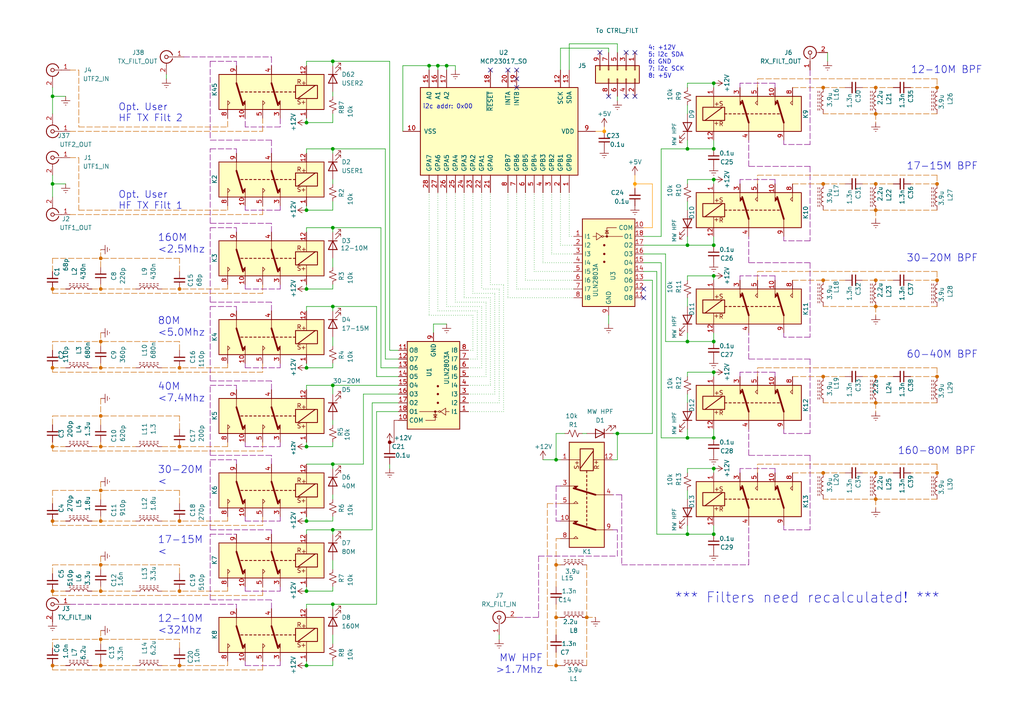
<source format=kicad_sch>
(kicad_sch (version 20230121) (generator eeschema)
  (paper "A4")
  (title_block (title "HF TX/RX Filters") (rev "2023/08/21"))
  (junction (at 52.07 193.04) (color 204 102 0 1))
  (junction (at 96.52 88.9))
  (junction (at 15.24 53.34))
  (junction (at 96.52 43.18))
  (junction (at 29.21 83.82) (color 204 102 0 1))
  (junction (at 207.01 71.12))
  (junction (at 29.21 171.45) (color 204 102 0 1))
  (junction (at 96.52 17.78))
  (junction (at 254 137.16) (color 204 102 0 1))
  (junction (at 113.03 128.27) (color 132 0 0 1))
  (junction (at 207.01 107.95))
  (junction (at 15.24 193.04) (color 204 102 0 1))
  (junction (at 124.46 19.05))
  (junction (at 238.76 109.22) (color 204 102 0 1))
  (junction (at 207.01 24.13))
  (junction (at 254 81.28) (color 204 102 0 1))
  (junction (at 88.9 60.96))
  (junction (at 207.01 154.94))
  (junction (at 238.76 25.4) (color 204 102 0 1))
  (junction (at 184.15 53.34) (color 255 153 0 1))
  (junction (at 29.21 99.06) (color 204 102 0 1))
  (junction (at 238.76 137.16) (color 204 102 0 1))
  (junction (at 254 144.78) (color 204 102 0 1))
  (junction (at 88.9 83.82))
  (junction (at 52.07 151.13) (color 204 102 0 1))
  (junction (at 96.52 134.62))
  (junction (at 254 53.34) (color 204 102 0 1))
  (junction (at 207.01 43.18))
  (junction (at 29.21 106.68) (color 204 102 0 1))
  (junction (at 88.9 193.04))
  (junction (at 96.52 111.76))
  (junction (at 199.39 127))
  (junction (at 254 88.9) (color 204 102 0 1))
  (junction (at 161.29 179.07) (color 204 102 0 1))
  (junction (at 88.9 35.56))
  (junction (at 15.24 171.45) (color 204 102 0 1))
  (junction (at 88.9 129.54))
  (junction (at 52.07 83.82) (color 204 102 0 1))
  (junction (at 199.39 99.06))
  (junction (at 15.24 106.68) (color 204 102 0 1))
  (junction (at 52.07 106.68) (color 204 102 0 1))
  (junction (at 29.21 142.24) (color 204 102 0 1))
  (junction (at 254 25.4) (color 204 102 0 1))
  (junction (at 96.52 175.26))
  (junction (at 127 19.05))
  (junction (at 170.18 179.07) (color 204 102 0 1))
  (junction (at 207.01 135.89))
  (junction (at 15.24 129.54) (color 204 102 0 1))
  (junction (at 271.78 137.16) (color 204 102 0 1))
  (junction (at 254 33.02) (color 204 102 0 1))
  (junction (at 29.21 74.93) (color 204 102 0 1))
  (junction (at 88.9 171.45))
  (junction (at 238.76 53.34) (color 204 102 0 1))
  (junction (at 207.01 80.01))
  (junction (at 199.39 154.94))
  (junction (at 175.26 38.1) (color 255 153 0 1))
  (junction (at 207.01 52.07))
  (junction (at 207.01 127))
  (junction (at 15.24 27.94))
  (junction (at 254 109.22) (color 204 102 0 1))
  (junction (at 29.21 163.83) (color 204 102 0 1))
  (junction (at 15.24 83.82) (color 204 102 0 1))
  (junction (at 29.21 129.54) (color 204 102 0 1))
  (junction (at 88.9 151.13))
  (junction (at 271.78 25.4) (color 204 102 0 1))
  (junction (at 199.39 71.12))
  (junction (at 199.39 43.18))
  (junction (at 271.78 81.28) (color 204 102 0 1))
  (junction (at 238.76 81.28) (color 204 102 0 1))
  (junction (at 96.52 153.67))
  (junction (at 207.01 99.06))
  (junction (at 129.54 19.05))
  (junction (at 254 116.84) (color 204 102 0 1))
  (junction (at 161.29 193.04) (color 204 102 0 1))
  (junction (at 29.21 193.04) (color 204 102 0 1))
  (junction (at 161.29 133.35))
  (junction (at 161.29 163.83) (color 204 102 0 1))
  (junction (at 271.78 109.22) (color 204 102 0 1))
  (junction (at 15.24 151.13) (color 204 102 0 1))
  (junction (at 271.78 53.34) (color 204 102 0 1))
  (junction (at 29.21 151.13) (color 204 102 0 1))
  (junction (at 52.07 129.54) (color 204 102 0 1))
  (junction (at 52.07 171.45) (color 204 102 0 1))
  (junction (at 96.52 66.04))
  (junction (at 29.21 185.42) (color 204 102 0 1))
  (junction (at 88.9 106.68))
  (junction (at 29.21 120.65) (color 204 102 0 1))
  (junction (at 179.07 125.73))
  (junction (at 254 60.96) (color 204 102 0 1))
  (no_connect (at 173.99 15.24))
  (no_connect (at 142.24 20.32))
  (no_connect (at 149.86 22.86))
  (no_connect (at 186.69 83.82))
  (no_connect (at 184.15 15.24))
  (no_connect (at 181.61 27.94))
  (no_connect (at 184.15 27.94))
  (no_connect (at 149.86 25.4))
  (no_connect (at 147.32 20.32))
  (no_connect (at 149.86 20.32))
  (no_connect (at 186.69 86.36))
  (no_connect (at 181.61 15.24))
  (no_connect (at 176.53 27.94))
  (wire (pts (xy 81.28 151.13) (xy 81.28 149.86)) (stroke (width 0) (type dash) (color 132 0 132 1)))
  (wire (pts (xy 68.58 43.18) (xy 68.58 44.45)) (stroke (width 0) (type dash) (color 132 0 132 1)))
  (wire (pts (xy 207.01 52.07) (xy 199.39 52.07)))
  (wire (pts (xy 114.3 128.27) (xy 113.03 128.27)) (stroke (width 0) (color 132 0 0 1)))
  (wire (pts (xy 161.29 179.07) (xy 162.56 179.07)) (stroke (width 0) (type dash_dot_dot) (color 204 102 0 1)))
  (wire (pts (xy 186.69 66.04) (xy 189.23 66.04)) (stroke (width 0) (color 255 153 0 1)))
  (wire (pts (xy 156.21 179.07) (xy 149.86 179.07)) (stroke (width 0) (type dash) (color 132 0 132 1)))
  (wire (pts (xy 191.77 68.58) (xy 191.77 43.18)))
  (wire (pts (xy 88.9 113.03) (xy 88.9 111.76)))
  (wire (pts (xy 162.56 55.88) (xy 162.56 71.12)) (stroke (width 0) (type dot)))
  (wire (pts (xy 81.28 171.45) (xy 81.28 170.18)) (stroke (width 0) (type dash) (color 132 0 132 1)))
  (wire (pts (xy 15.24 152.4) (xy 15.24 151.13)) (stroke (width 0) (type dash) (color 204 102 0 1)))
  (wire (pts (xy 15.24 187.96) (xy 15.24 185.42)) (stroke (width 0) (type dash) (color 204 102 0 1)))
  (wire (pts (xy 184.15 50.8) (xy 184.15 53.34)) (stroke (width 0) (color 255 153 0 1)))
  (wire (pts (xy 224.79 135.89) (xy 214.63 135.89)) (stroke (width 0) (type dash) (color 132 0 132 1)))
  (wire (pts (xy 96.52 17.78) (xy 113.03 17.78)))
  (wire (pts (xy 88.9 153.67) (xy 96.52 153.67)))
  (wire (pts (xy 227.33 69.85) (xy 227.33 68.58)) (stroke (width 0) (type dash) (color 132 0 132 1)))
  (wire (pts (xy 15.24 123.19) (xy 15.24 120.65)) (stroke (width 0) (type dash) (color 204 102 0 1)))
  (wire (pts (xy 15.24 74.93) (xy 29.21 74.93)) (stroke (width 0) (type dash) (color 204 102 0 1)))
  (wire (pts (xy 234.95 104.14) (xy 217.17 104.14)) (stroke (width 0) (type dash) (color 132 0 132 1)))
  (wire (pts (xy 26.67 171.45) (xy 29.21 171.45)) (stroke (width 0) (type dash) (color 204 102 0 1)))
  (wire (pts (xy 116.84 38.1) (xy 116.84 19.05)))
  (wire (pts (xy 96.52 19.05) (xy 96.52 17.78)))
  (wire (pts (xy 71.12 193.04) (xy 81.28 193.04)) (stroke (width 0) (type dash) (color 132 0 132 1)))
  (wire (pts (xy 29.21 161.29) (xy 29.21 163.83)) (stroke (width 0) (type dash) (color 204 102 0 1)))
  (wire (pts (xy 96.52 186.69) (xy 96.52 184.15)))
  (wire (pts (xy 71.12 151.13) (xy 81.28 151.13)) (stroke (width 0) (type dash) (color 132 0 132 1)))
  (wire (pts (xy 219.71 53.34) (xy 219.71 50.8)) (stroke (width 0) (type dash) (color 204 102 0 1)))
  (wire (pts (xy 66.04 129.54) (xy 52.07 129.54)) (stroke (width 0) (type dash) (color 204 102 0 1)))
  (wire (pts (xy 271.78 22.86) (xy 219.71 22.86)) (stroke (width 0) (type dash) (color 204 102 0 1)))
  (wire (pts (xy 125.73 96.52) (xy 125.73 93.98)))
  (wire (pts (xy 207.01 127) (xy 199.39 127)))
  (wire (pts (xy 88.9 193.04) (xy 96.52 193.04)))
  (wire (pts (xy 175.26 36.83) (xy 175.26 38.1)) (stroke (width 0) (color 255 153 0 1)))
  (wire (pts (xy 111.76 43.18) (xy 111.76 104.14)))
  (wire (pts (xy 68.58 133.35) (xy 68.58 134.62)) (stroke (width 0) (type dash) (color 132 0 132 1)))
  (wire (pts (xy 96.52 90.17) (xy 96.52 88.9)))
  (wire (pts (xy 68.58 111.76) (xy 68.58 113.03)) (stroke (width 0) (type dash) (color 132 0 132 1)))
  (wire (pts (xy 144.78 116.84) (xy 144.78 83.82)) (stroke (width 0) (type dot)))
  (wire (pts (xy 245.11 137.16) (xy 238.76 137.16)) (stroke (width 0) (type dash) (color 204 102 0 1)))
  (wire (pts (xy 186.69 68.58) (xy 191.77 68.58)))
  (wire (pts (xy 254 109.22) (xy 250.19 109.22)) (stroke (width 0) (type dash) (color 204 102 0 1)))
  (wire (pts (xy 254 144.78) (xy 238.76 144.78)) (stroke (width 0) (type dash) (color 204 102 0 1)))
  (wire (pts (xy 96.52 171.45) (xy 96.52 170.18)))
  (wire (pts (xy 78.74 176.53) (xy 78.74 173.99)) (stroke (width 0) (type dash) (color 132 0 132 1)))
  (wire (pts (xy 234.95 97.79) (xy 227.33 97.79)) (stroke (width 0) (type dash) (color 132 0 132 1)))
  (wire (pts (xy 259.08 81.28) (xy 254 81.28)) (stroke (width 0) (type dash) (color 204 102 0 1)))
  (wire (pts (xy 234.95 48.26) (xy 217.17 48.26)) (stroke (width 0) (type dash) (color 132 0 132 1)))
  (wire (pts (xy 46.99 171.45) (xy 52.07 171.45)) (stroke (width 0) (type dash) (color 204 102 0 1)))
  (wire (pts (xy 96.52 35.56) (xy 96.52 33.02)))
  (wire (pts (xy 71.12 128.27) (xy 71.12 129.54)) (stroke (width 0) (type dash) (color 132 0 132 1)))
  (wire (pts (xy 88.9 171.45) (xy 88.9 170.18)))
  (wire (pts (xy 207.01 107.95) (xy 199.39 107.95)))
  (wire (pts (xy 245.11 25.4) (xy 238.76 25.4)) (stroke (width 0) (type dash) (color 204 102 0 1)))
  (wire (pts (xy 161.29 179.07) (xy 161.29 175.26)) (stroke (width 0) (type dash) (color 204 102 0 1)))
  (wire (pts (xy 96.52 83.82) (xy 96.52 82.55)))
  (wire (pts (xy 88.9 67.31) (xy 88.9 66.04)))
  (wire (pts (xy 199.39 114.3) (xy 199.39 116.84)))
  (wire (pts (xy 46.99 193.04) (xy 52.07 193.04)) (stroke (width 0) (type dash) (color 204 102 0 1)))
  (wire (pts (xy 177.8 125.73) (xy 179.07 125.73)))
  (wire (pts (xy 46.99 129.54) (xy 52.07 129.54)) (stroke (width 0) (type dash) (color 204 102 0 1)))
  (wire (pts (xy 29.21 193.04) (xy 39.37 193.04)) (stroke (width 0) (type dash) (color 204 102 0 1)))
  (wire (pts (xy 214.63 80.01) (xy 214.63 81.28)) (stroke (width 0) (type dash) (color 132 0 132 1)))
  (wire (pts (xy 143.51 114.3) (xy 143.51 85.09)) (stroke (width 0) (type dot)))
  (wire (pts (xy 15.24 27.94) (xy 15.24 33.02)))
  (wire (pts (xy 109.22 109.22) (xy 115.57 109.22)))
  (wire (pts (xy 76.2 130.81) (xy 15.24 130.81)) (stroke (width 0) (type dash) (color 204 102 0 1)))
  (wire (pts (xy 147.32 86.36) (xy 166.37 86.36)) (stroke (width 0) (type dot)))
  (wire (pts (xy 52.07 99.06) (xy 29.21 99.06)) (stroke (width 0) (type dash) (color 204 102 0 1)))
  (wire (pts (xy 88.9 88.9) (xy 96.52 88.9)))
  (wire (pts (xy 179.07 125.73) (xy 189.23 125.73)))
  (wire (pts (xy 29.21 82.55) (xy 29.21 83.82)) (stroke (width 0) (type dash) (color 204 102 0 1)))
  (wire (pts (xy 166.37 83.82) (xy 149.86 83.82)) (stroke (width 0) (type dot)))
  (wire (pts (xy 179.07 161.29) (xy 179.07 153.67)) (stroke (width 0) (type dash) (color 132 0 132 1)))
  (wire (pts (xy 161.29 125.73) (xy 163.83 125.73)))
  (wire (pts (xy 219.71 137.16) (xy 219.71 134.62)) (stroke (width 0) (type dash) (color 204 102 0 1)))
  (wire (pts (xy 240.03 15.24) (xy 240.03 17.78)))
  (wire (pts (xy 66.04 191.77) (xy 66.04 193.04)) (stroke (width 0) (type dash) (color 204 102 0 1)))
  (wire (pts (xy 76.2 107.95) (xy 15.24 107.95)) (stroke (width 0) (type dash) (color 204 102 0 1)))
  (wire (pts (xy 271.78 78.74) (xy 219.71 78.74)) (stroke (width 0) (type dash) (color 204 102 0 1)))
  (wire (pts (xy 22.86 60.96) (xy 66.04 60.96)) (stroke (width 0) (type dash) (color 204 102 0 1)))
  (wire (pts (xy 15.24 185.42) (xy 29.21 185.42)) (stroke (width 0) (type dash) (color 204 102 0 1)))
  (wire (pts (xy 52.07 163.83) (xy 29.21 163.83)) (stroke (width 0) (type dash) (color 204 102 0 1)))
  (wire (pts (xy 227.33 153.67) (xy 227.33 152.4)) (stroke (width 0) (type dash) (color 132 0 132 1)))
  (wire (pts (xy 139.7 106.68) (xy 139.7 88.9)) (stroke (width 0) (type dot)))
  (wire (pts (xy 199.39 24.13) (xy 199.39 25.4)))
  (wire (pts (xy 107.95 116.84) (xy 107.95 153.67)))
  (wire (pts (xy 53.34 16.51) (xy 78.74 16.51)) (stroke (width 0) (type dash) (color 132 0 132 1)))
  (wire (pts (xy 245.11 53.34) (xy 238.76 53.34)) (stroke (width 0) (type dash) (color 204 102 0 1)))
  (wire (pts (xy 199.39 142.24) (xy 199.39 144.78)))
  (wire (pts (xy 234.95 69.85) (xy 227.33 69.85)) (stroke (width 0) (type dash) (color 132 0 132 1)))
  (wire (pts (xy 88.9 19.05) (xy 88.9 17.78)))
  (wire (pts (xy 15.24 193.04) (xy 19.05 193.04)) (stroke (width 0) (type dash) (color 204 102 0 1)))
  (wire (pts (xy 219.71 109.22) (xy 219.71 106.68)) (stroke (width 0) (type dash) (color 204 102 0 1)))
  (wire (pts (xy 22.86 20.32) (xy 22.86 36.83)) (stroke (width 0) (type dash) (color 204 102 0 1)))
  (wire (pts (xy 15.24 25.4) (xy 15.24 27.94)))
  (wire (pts (xy 224.79 24.13) (xy 214.63 24.13)) (stroke (width 0) (type dash) (color 132 0 132 1)))
  (wire (pts (xy 224.79 109.22) (xy 224.79 107.95)) (stroke (width 0) (type dash) (color 132 0 132 1)))
  (wire (pts (xy 52.07 146.05) (xy 52.07 142.24)) (stroke (width 0) (type dash) (color 204 102 0 1)))
  (wire (pts (xy 271.78 109.22) (xy 264.16 109.22)) (stroke (width 0) (type dash) (color 204 102 0 1)))
  (wire (pts (xy 15.24 106.68) (xy 15.24 107.95)) (stroke (width 0) (type dash) (color 204 102 0 1)))
  (wire (pts (xy 109.22 175.26) (xy 109.22 119.38)))
  (wire (pts (xy 96.52 151.13) (xy 96.52 149.86)))
  (wire (pts (xy 127 19.05) (xy 127 20.32)))
  (wire (pts (xy 245.11 109.22) (xy 238.76 109.22)) (stroke (width 0) (type dash) (color 204 102 0 1)))
  (wire (pts (xy 76.2 82.55) (xy 76.2 85.09)) (stroke (width 0) (type dash) (color 204 102 0 1)))
  (wire (pts (xy 259.08 137.16) (xy 254 137.16)) (stroke (width 0) (type dash) (color 204 102 0 1)))
  (wire (pts (xy 180.34 143.51) (xy 177.8 143.51)) (stroke (width 0) (type dash) (color 132 0 132 1)))
  (wire (pts (xy 227.33 97.79) (xy 227.33 96.52)) (stroke (width 0) (type dash) (color 132 0 132 1)))
  (wire (pts (xy 60.96 88.9) (xy 68.58 88.9)) (stroke (width 0) (type dash) (color 132 0 132 1)))
  (wire (pts (xy 81.28 129.54) (xy 81.28 128.27)) (stroke (width 0) (type dash) (color 132 0 132 1)))
  (wire (pts (xy 96.52 60.96) (xy 96.52 58.42)))
  (wire (pts (xy 15.24 172.72) (xy 76.2 172.72)) (stroke (width 0) (type dash) (color 204 102 0 1)))
  (wire (pts (xy 234.95 20.32) (xy 234.95 41.91)) (stroke (width 0) (type dash) (color 132 0 132 1)))
  (wire (pts (xy 162.56 13.97) (xy 162.56 20.32)))
  (wire (pts (xy 15.24 129.54) (xy 19.05 129.54)) (stroke (width 0) (type dash) (color 204 102 0 1)))
  (wire (pts (xy 170.18 179.07) (xy 172.72 179.07)) (stroke (width 0) (type dash) (color 204 102 0 1)))
  (wire (pts (xy 115.57 114.3) (xy 105.41 114.3)))
  (wire (pts (xy 254 25.4) (xy 250.19 25.4)) (stroke (width 0) (type dash) (color 204 102 0 1)))
  (wire (pts (xy 189.23 81.28) (xy 189.23 125.73)))
  (wire (pts (xy 81.28 83.82) (xy 81.28 82.55)) (stroke (width 0) (type dash) (color 132 0 132 1)))
  (wire (pts (xy 137.16 101.6) (xy 135.89 101.6)) (stroke (width 0) (type dot)))
  (wire (pts (xy 60.96 110.49) (xy 60.96 88.9)) (stroke (width 0) (type dash) (color 132 0 132 1)))
  (wire (pts (xy 271.78 137.16) (xy 264.16 137.16)) (stroke (width 0) (type dash) (color 204 102 0 1)))
  (wire (pts (xy 142.24 86.36) (xy 142.24 111.76)) (stroke (width 0) (type dot)))
  (wire (pts (xy 88.9 35.56) (xy 88.9 34.29)))
  (wire (pts (xy 160.02 55.88) (xy 160.02 73.66)) (stroke (width 0) (type dot)))
  (wire (pts (xy 271.78 144.78) (xy 254 144.78)) (stroke (width 0) (type dash) (color 204 102 0 1)))
  (wire (pts (xy 66.04 60.96) (xy 66.04 59.69)) (stroke (width 0) (type dash) (color 204 102 0 1)))
  (wire (pts (xy 29.21 105.41) (xy 29.21 106.68)) (stroke (width 0) (type dash) (color 204 102 0 1)))
  (wire (pts (xy 66.04 151.13) (xy 52.07 151.13)) (stroke (width 0) (type dash) (color 204 102 0 1)))
  (wire (pts (xy 15.24 151.13) (xy 19.05 151.13)) (stroke (width 0) (type dash) (color 204 102 0 1)))
  (wire (pts (xy 113.03 129.54) (xy 113.03 128.27)) (stroke (width 0) (color 132 0 0 1)))
  (wire (pts (xy 207.01 137.16) (xy 207.01 135.89)))
  (wire (pts (xy 46.99 151.13) (xy 52.07 151.13)) (stroke (width 0) (type dash) (color 204 102 0 1)))
  (wire (pts (xy 156.21 161.29) (xy 156.21 179.07)) (stroke (width 0) (type dash) (color 132 0 132 1)))
  (wire (pts (xy 152.4 55.88) (xy 152.4 81.28)) (stroke (width 0) (type dot)))
  (wire (pts (xy 224.79 25.4) (xy 224.79 24.13)) (stroke (width 0) (type dash) (color 132 0 132 1)))
  (wire (pts (xy 60.96 43.18) (xy 68.58 43.18)) (stroke (width 0) (type dash) (color 132 0 132 1)))
  (wire (pts (xy 271.78 134.62) (xy 219.71 134.62)) (stroke (width 0) (type dash) (color 204 102 0 1)))
  (wire (pts (xy 52.07 124.46) (xy 52.07 120.65)) (stroke (width 0) (type dash) (color 204 102 0 1)))
  (wire (pts (xy 135.89 114.3) (xy 143.51 114.3)) (stroke (width 0) (type dot)))
  (wire (pts (xy 76.2 62.23) (xy 76.2 59.69)) (stroke (width 0) (type dash) (color 204 102 0 1)))
  (wire (pts (xy 147.32 55.88) (xy 147.32 86.36)) (stroke (width 0) (type dot)))
  (wire (pts (xy 165.1 68.58) (xy 166.37 68.58)) (stroke (width 0) (type dot)))
  (wire (pts (xy 60.96 17.78) (xy 68.58 17.78)) (stroke (width 0) (type dash) (color 132 0 132 1)))
  (wire (pts (xy 20.32 20.32) (xy 22.86 20.32)) (stroke (width 0) (type dash) (color 204 102 0 1)))
  (wire (pts (xy 191.77 43.18) (xy 199.39 43.18)))
  (wire (pts (xy 96.52 53.34) (xy 96.52 52.07)))
  (wire (pts (xy 234.95 132.08) (xy 234.95 153.67)) (stroke (width 0) (type dash) (color 132 0 132 1)))
  (wire (pts (xy 15.24 78.74) (xy 15.24 74.93)) (stroke (width 0) (type dash) (color 204 102 0 1)))
  (wire (pts (xy 207.01 80.01) (xy 199.39 80.01)))
  (wire (pts (xy 168.91 125.73) (xy 170.18 125.73)))
  (wire (pts (xy 142.24 111.76) (xy 135.89 111.76)) (stroke (width 0) (type dot)))
  (wire (pts (xy 71.12 105.41) (xy 71.12 106.68)) (stroke (width 0) (type dash) (color 132 0 132 1)))
  (wire (pts (xy 71.12 171.45) (xy 81.28 171.45)) (stroke (width 0) (type dash) (color 132 0 132 1)))
  (wire (pts (xy 165.1 12.7) (xy 165.1 20.32)))
  (wire (pts (xy 96.52 135.89) (xy 96.52 134.62)))
  (wire (pts (xy 154.94 78.74) (xy 154.94 55.88)) (stroke (width 0) (type dot)))
  (wire (pts (xy 207.01 68.58) (xy 207.01 71.12)))
  (wire (pts (xy 142.24 82.55) (xy 142.24 55.88)) (stroke (width 0) (type dot)))
  (wire (pts (xy 271.78 78.74) (xy 271.78 81.28)) (stroke (width 0) (type dash) (color 204 102 0 1)))
  (wire (pts (xy 29.21 106.68) (xy 39.37 106.68)) (stroke (width 0) (type dash) (color 204 102 0 1)))
  (wire (pts (xy 15.24 99.06) (xy 29.21 99.06)) (stroke (width 0) (type dash) (color 204 102 0 1)))
  (wire (pts (xy 15.24 106.68) (xy 19.05 106.68)) (stroke (width 0) (type dash) (color 204 102 0 1)))
  (wire (pts (xy 161.29 170.18) (xy 161.29 163.83)) (stroke (width 0) (type dash) (color 204 102 0 1)))
  (wire (pts (xy 71.12 170.18) (xy 71.12 171.45)) (stroke (width 0) (type dash) (color 132 0 132 1)))
  (wire (pts (xy 15.24 128.27) (xy 15.24 129.54)) (stroke (width 0) (color 204 102 0 1)))
  (wire (pts (xy 271.78 53.34) (xy 264.16 53.34)) (stroke (width 0) (type dash) (color 204 102 0 1)))
  (wire (pts (xy 78.74 154.94) (xy 78.74 153.67)) (stroke (width 0) (type dash) (color 132 0 132 1)))
  (wire (pts (xy 166.37 78.74) (xy 154.94 78.74)) (stroke (width 0) (type dot)))
  (wire (pts (xy 140.97 109.22) (xy 140.97 87.63)) (stroke (width 0) (type dot)))
  (wire (pts (xy 115.57 119.38) (xy 109.22 119.38)))
  (wire (pts (xy 46.99 83.82) (xy 52.07 83.82)) (stroke (width 0) (type dash) (color 204 102 0 1)))
  (wire (pts (xy 96.52 144.78) (xy 96.52 143.51)))
  (wire (pts (xy 26.67 83.82) (xy 29.21 83.82)) (stroke (width 0) (type dash) (color 204 102 0 1)))
  (wire (pts (xy 88.9 151.13) (xy 96.52 151.13)))
  (wire (pts (xy 254 81.28) (xy 250.19 81.28)) (stroke (width 0) (type dash) (color 204 102 0 1)))
  (wire (pts (xy 109.22 88.9) (xy 109.22 109.22)))
  (wire (pts (xy 29.21 83.82) (xy 39.37 83.82)) (stroke (width 0) (type dash) (color 204 102 0 1)))
  (wire (pts (xy 96.52 154.94) (xy 96.52 153.67)))
  (wire (pts (xy 110.49 66.04) (xy 96.52 66.04)))
  (wire (pts (xy 15.24 171.45) (xy 19.05 171.45)) (stroke (width 0) (type dash) (color 204 102 0 1)))
  (wire (pts (xy 134.62 55.88) (xy 134.62 86.36)) (stroke (width 0) (type dot)))
  (wire (pts (xy 15.24 166.37) (xy 15.24 163.83)) (stroke (width 0) (type dash) (color 204 102 0 1)))
  (wire (pts (xy 135.89 109.22) (xy 140.97 109.22)) (stroke (width 0) (type dot)))
  (wire (pts (xy 157.48 76.2) (xy 166.37 76.2)) (stroke (width 0) (type dot)))
  (wire (pts (xy 88.9 35.56) (xy 96.52 35.56)))
  (wire (pts (xy 76.2 38.1) (xy 76.2 34.29)) (stroke (width 0) (type dash) (color 204 102 0 1)))
  (wire (pts (xy 157.48 55.88) (xy 157.48 76.2)) (stroke (width 0) (type dot)))
  (wire (pts (xy 96.52 176.53) (xy 96.52 175.26)))
  (wire (pts (xy 15.24 120.65) (xy 29.21 120.65)) (stroke (width 0) (type dash) (color 204 102 0 1)))
  (wire (pts (xy 88.9 176.53) (xy 88.9 175.26)))
  (wire (pts (xy 271.78 25.4) (xy 264.16 25.4)) (stroke (width 0) (type dash) (color 204 102 0 1)))
  (wire (pts (xy 149.86 83.82) (xy 149.86 55.88)) (stroke (width 0) (type dot)))
  (wire (pts (xy 271.78 116.84) (xy 254 116.84)) (stroke (width 0) (type dash) (color 204 102 0 1)))
  (wire (pts (xy 158.75 146.05) (xy 162.56 146.05)) (stroke (width 0) (type dash) (color 204 102 0 1)))
  (wire (pts (xy 29.21 171.45) (xy 39.37 171.45)) (stroke (width 0) (type dash) (color 204 102 0 1)))
  (wire (pts (xy 96.52 44.45) (xy 96.52 43.18)))
  (wire (pts (xy 229.87 53.34) (xy 238.76 53.34)) (stroke (width 0) (type dash) (color 204 102 0 1)))
  (wire (pts (xy 96.52 175.26) (xy 109.22 175.26)))
  (wire (pts (xy 96.52 153.67) (xy 107.95 153.67)))
  (wire (pts (xy 199.39 86.36) (xy 199.39 88.9)))
  (wire (pts (xy 139.7 55.88) (xy 139.7 83.82)) (stroke (width 0) (type dot)))
  (wire (pts (xy 76.2 152.4) (xy 15.24 152.4)) (stroke (width 0) (type dash) (color 204 102 0 1)))
  (wire (pts (xy 26.67 129.54) (xy 29.21 129.54)) (stroke (width 0) (type dash) (color 204 102 0 1)))
  (wire (pts (xy 107.95 116.84) (xy 115.57 116.84)))
  (wire (pts (xy 161.29 179.07) (xy 162.56 179.07)) (stroke (width 0) (type dash) (color 204 102 0 1)))
  (wire (pts (xy 127 90.17) (xy 127 55.88)) (stroke (width 0) (type dot)))
  (wire (pts (xy 161.29 193.04) (xy 162.56 193.04)) (stroke (width 0) (type dash_dot_dot) (color 204 102 0 1)))
  (wire (pts (xy 88.9 60.96) (xy 88.9 59.69)))
  (wire (pts (xy 227.33 41.91) (xy 227.33 40.64)) (stroke (width 0) (type dash) (color 132 0 132 1)))
  (wire (pts (xy 165.1 55.88) (xy 165.1 68.58)) (stroke (width 0) (type dot)))
  (wire (pts (xy 161.29 163.83) (xy 162.56 163.83)) (stroke (width 0) (type dash) (color 204 102 0 1)))
  (wire (pts (xy 96.52 165.1) (xy 96.52 162.56)))
  (wire (pts (xy 20.32 175.26) (xy 68.58 175.26)) (stroke (width 0) (type dash) (color 132 0 132 1)))
  (wire (pts (xy 129.54 19.05) (xy 129.54 20.32)))
  (wire (pts (xy 224.79 53.34) (xy 224.79 52.07)) (stroke (width 0) (type dash) (color 132 0 132 1)))
  (wire (pts (xy 96.52 123.19) (xy 96.52 121.92)))
  (wire (pts (xy 88.9 83.82) (xy 96.52 83.82)))
  (wire (pts (xy 52.07 101.6) (xy 52.07 99.06)) (stroke (width 0) (type dash) (color 204 102 0 1)))
  (wire (pts (xy 66.04 129.54) (xy 66.04 128.27)) (stroke (width 0) (type dash) (color 204 102 0 1)))
  (wire (pts (xy 224.79 80.01) (xy 214.63 80.01)) (stroke (width 0) (type dash) (color 132 0 132 1)))
  (wire (pts (xy 88.9 66.04) (xy 96.52 66.04)))
  (wire (pts (xy 189.23 66.04) (xy 189.23 53.34)) (stroke (width 0) (color 255 153 0 1)))
  (wire (pts (xy 111.76 43.18) (xy 96.52 43.18)))
  (wire (pts (xy 158.75 193.04) (xy 161.29 193.04)) (stroke (width 0) (type dash) (color 204 102 0 1)))
  (wire (pts (xy 60.96 87.63) (xy 60.96 66.04)) (stroke (width 0) (type dash) (color 132 0 132 1)))
  (wire (pts (xy 76.2 194.31) (xy 76.2 191.77)) (stroke (width 0) (type dash) (color 204 102 0 1)))
  (wire (pts (xy 78.74 90.17) (xy 78.74 87.63)) (stroke (width 0) (type dash) (color 132 0 132 1)))
  (wire (pts (xy 161.29 163.83) (xy 161.29 156.21)) (stroke (width 0) (type dash) (color 204 102 0 1)))
  (wire (pts (xy 179.07 15.24) (xy 179.07 12.7)))
  (wire (pts (xy 116.84 19.05) (xy 124.46 19.05)))
  (wire (pts (xy 179.07 12.7) (xy 165.1 12.7)))
  (wire (pts (xy 15.24 50.8) (xy 15.24 53.34)))
  (wire (pts (xy 111.76 104.14) (xy 115.57 104.14)))
  (wire (pts (xy 271.78 106.68) (xy 219.71 106.68)) (stroke (width 0) (type dash) (color 204 102 0 1)))
  (wire (pts (xy 88.9 154.94) (xy 88.9 153.67)))
  (wire (pts (xy 68.58 88.9) (xy 68.58 90.17)) (stroke (width 0) (type dash) (color 132 0 132 1)))
  (wire (pts (xy 60.96 111.76) (xy 68.58 111.76)) (stroke (width 0) (type dash) (color 132 0 132 1)))
  (wire (pts (xy 199.39 124.46) (xy 199.39 127)))
  (wire (pts (xy 88.9 106.68) (xy 88.9 105.41)))
  (wire (pts (xy 186.69 76.2) (xy 191.77 76.2)))
  (wire (pts (xy 81.28 193.04) (xy 81.28 191.77)) (stroke (width 0) (type dash) (color 132 0 132 1)))
  (wire (pts (xy 52.07 78.74) (xy 52.07 74.93)) (stroke (width 0) (type dash) (color 204 102 0 1)))
  (wire (pts (xy 88.9 111.76) (xy 96.52 111.76)))
  (wire (pts (xy 15.24 172.72) (xy 15.24 171.45)) (stroke (width 0) (type dash) (color 204 102 0 1)))
  (wire (pts (xy 105.41 134.62) (xy 96.52 134.62)))
  (wire (pts (xy 60.96 154.94) (xy 68.58 154.94)) (stroke (width 0) (type dash) (color 132 0 132 1)))
  (wire (pts (xy 76.2 149.86) (xy 76.2 152.4)) (stroke (width 0) (type dash) (color 204 102 0 1)))
  (wire (pts (xy 29.21 115.57) (xy 29.21 120.65)) (stroke (width 0) (type dash) (color 204 102 0 1)))
  (wire (pts (xy 186.69 73.66) (xy 193.04 73.66)))
  (wire (pts (xy 22.86 36.83) (xy 66.04 36.83)) (stroke (width 0) (type dash) (color 204 102 0 1)))
  (wire (pts (xy 88.9 129.54) (xy 88.9 128.27)))
  (wire (pts (xy 161.29 163.83) (xy 162.56 163.83)) (stroke (width 0) (color 204 102 0 1)))
  (wire (pts (xy 259.08 25.4) (xy 254 25.4)) (stroke (width 0) (type dash) (color 204 102 0 1)))
  (wire (pts (xy 26.67 151.13) (xy 29.21 151.13)) (stroke (width 0) (type dash) (color 204 102 0 1)))
  (wire (pts (xy 234.95 48.26) (xy 234.95 69.85)) (stroke (width 0) (type dash) (color 132 0 132 1)))
  (wire (pts (xy 15.24 194.31) (xy 76.2 194.31)) (stroke (width 0) (type dash) (color 204 102 0 1)))
  (wire (pts (xy 259.08 53.34) (xy 254 53.34)) (stroke (width 0) (type dash) (color 204 102 0 1)))
  (wire (pts (xy 254 137.16) (xy 250.19 137.16)) (stroke (width 0) (type dash) (color 204 102 0 1)))
  (wire (pts (xy 254 88.9) (xy 254 91.44)) (stroke (width 0) (type dash) (color 204 102 0 1)))
  (wire (pts (xy 193.04 99.06) (xy 199.39 99.06)))
  (wire (pts (xy 135.89 119.38) (xy 146.05 119.38)) (stroke (width 0) (type dot)))
  (wire (pts (xy 161.29 156.21) (xy 162.56 156.21)) (stroke (width 0) (type dash) (color 204 102 0 1)))
  (wire (pts (xy 207.01 25.4) (xy 207.01 24.13)))
  (wire (pts (xy 68.58 66.04) (xy 68.58 67.31)) (stroke (width 0) (type dash) (color 132 0 132 1)))
  (wire (pts (xy 96.52 106.68) (xy 96.52 105.41)))
  (wire (pts (xy 170.18 193.04) (xy 170.18 179.07)) (stroke (width 0) (type dash) (color 204 102 0 1)))
  (wire (pts (xy 71.12 106.68) (xy 81.28 106.68)) (stroke (width 0) (type dash) (color 132 0 132 1)))
  (wire (pts (xy 229.87 137.16) (xy 238.76 137.16)) (stroke (width 0) (type dash) (color 204 102 0 1)))
  (wire (pts (xy 207.01 53.34) (xy 207.01 52.07)))
  (wire (pts (xy 271.78 50.8) (xy 271.78 53.34)) (stroke (width 0) (type dash) (color 204 102 0 1)))
  (wire (pts (xy 71.12 60.96) (xy 71.12 59.69)) (stroke (width 0) (type dash) (color 132 0 132 1)))
  (wire (pts (xy 29.21 123.19) (xy 29.21 120.65)) (stroke (width 0) (type dash) (color 204 102 0 1)))
  (wire (pts (xy 199.39 58.42) (xy 199.39 60.96)))
  (wire (pts (xy 78.74 134.62) (xy 78.74 132.08)) (stroke (width 0) (type dash) (color 132 0 132 1)))
  (wire (pts (xy 199.39 40.64) (xy 199.39 43.18)))
  (wire (pts (xy 180.34 143.51) (xy 180.34 163.83)) (stroke (width 0) (type dash) (color 132 0 132 1)))
  (wire (pts (xy 146.05 119.38) (xy 146.05 82.55)) (stroke (width 0) (type dot)))
  (wire (pts (xy 229.87 109.22) (xy 238.76 109.22)) (stroke (width 0) (type dash) (color 204 102 0 1)))
  (wire (pts (xy 66.04 82.55) (xy 66.04 83.82)) (stroke (width 0) (type dash) (color 204 102 0 1)))
  (wire (pts (xy 19.05 27.94) (xy 15.24 27.94)))
  (wire (pts (xy 96.52 67.31) (xy 96.52 66.04)))
  (wire (pts (xy 15.24 101.6) (xy 15.24 99.06)) (stroke (width 0) (type dash) (color 204 102 0 1)))
  (wire (pts (xy 66.04 170.18) (xy 66.04 171.45)) (stroke (width 0) (type dash) (color 204 102 0 1)))
  (wire (pts (xy 78.74 132.08) (xy 60.96 132.08)) (stroke (width 0) (type dash) (color 132 0 132 1)))
  (wire (pts (xy 134.62 86.36) (xy 142.24 86.36)) (stroke (width 0) (type dot)))
  (wire (pts (xy 207.01 24.13) (xy 199.39 24.13)))
  (wire (pts (xy 66.04 106.68) (xy 52.07 106.68)) (stroke (width 0) (type dash) (color 204 102 0 1)))
  (wire (pts (xy 115.57 121.92) (xy 114.3 121.92)) (stroke (width 0) (color 132 0 0 1)))
  (wire (pts (xy 114.3 121.92) (xy 114.3 128.27)) (stroke (width 0) (color 132 0 0 1)))
  (wire (pts (xy 177.8 133.35) (xy 179.07 133.35)))
  (wire (pts (xy 66.04 83.82) (xy 52.07 83.82)) (stroke (width 0) (type dash) (color 204 102 0 1)))
  (wire (pts (xy 271.78 22.86) (xy 271.78 25.4)) (stroke (width 0) (type dash) (color 204 102 0 1)))
  (wire (pts (xy 124.46 55.88) (xy 124.46 91.44)) (stroke (width 0) (type dot)))
  (wire (pts (xy 26.67 193.04) (xy 29.21 193.04)) (stroke (width 0) (type dash) (color 204 102 0 1)))
  (wire (pts (xy 48.26 21.59) (xy 48.26 22.86)))
  (wire (pts (xy 217.17 104.14) (xy 217.17 96.52)) (stroke (width 0) (type dash) (color 132 0 132 1)))
  (wire (pts (xy 137.16 85.09) (xy 137.16 55.88)) (stroke (width 0) (type dot)))
  (wire (pts (xy 60.96 153.67) (xy 60.96 133.35)) (stroke (width 0) (type dash) (color 132 0 132 1)))
  (wire (pts (xy 190.5 154.94) (xy 199.39 154.94)))
  (wire (pts (xy 29.21 139.7) (xy 29.21 142.24)) (stroke (width 0) (type dash) (color 204 102 0 1)))
  (wire (pts (xy 71.12 83.82) (xy 81.28 83.82)) (stroke (width 0) (type dash) (color 132 0 132 1)))
  (wire (pts (xy 71.12 149.86) (xy 71.12 151.13)) (stroke (width 0) (type dash) (color 132 0 132 1)))
  (wire (pts (xy 229.87 81.28) (xy 238.76 81.28)) (stroke (width 0) (type dash) (color 204 102 0 1)))
  (wire (pts (xy 207.01 96.52) (xy 207.01 99.06)))
  (wire (pts (xy 207.01 43.18) (xy 199.39 43.18)))
  (wire (pts (xy 158.75 193.04) (xy 158.75 146.05)) (stroke (width 0) (type dash) (color 204 102 0 1)))
  (wire (pts (xy 68.58 17.78) (xy 68.58 19.05)) (stroke (width 0) (type dash) (color 132 0 132 1)))
  (wire (pts (xy 76.2 172.72) (xy 76.2 170.18)) (stroke (width 0) (type dash) (color 204 102 0 1)))
  (wire (pts (xy 259.08 109.22) (xy 254 109.22)) (stroke (width 0) (type dash) (color 204 102 0 1)))
  (wire (pts (xy 96.52 100.33) (xy 96.52 97.79)))
  (wire (pts (xy 271.78 134.62) (xy 271.78 137.16)) (stroke (width 0) (type dash) (color 204 102 0 1)))
  (wire (pts (xy 15.24 194.31) (xy 15.24 193.04)) (stroke (width 0) (type dash) (color 204 102 0 1)))
  (wire (pts (xy 207.01 154.94) (xy 199.39 154.94)))
  (wire (pts (xy 184.15 53.34) (xy 184.15 54.61)) (stroke (width 0) (color 255 153 0 1)))
  (wire (pts (xy 271.78 81.28) (xy 264.16 81.28)) (stroke (width 0) (type dash) (color 204 102 0 1)))
  (wire (pts (xy 156.21 161.29) (xy 179.07 161.29)) (stroke (width 0) (type dash) (color 132 0 132 1)))
  (wire (pts (xy 76.2 128.27) (xy 76.2 130.81)) (stroke (width 0) (type dash) (color 204 102 0 1)))
  (wire (pts (xy 52.07 142.24) (xy 29.21 142.24)) (stroke (width 0) (type dash) (color 204 102 0 1)))
  (wire (pts (xy 207.01 81.28) (xy 207.01 80.01)))
  (wire (pts (xy 234.95 104.14) (xy 234.95 125.73)) (stroke (width 0) (type dash) (color 132 0 132 1)))
  (wire (pts (xy 60.96 17.78) (xy 60.96 40.64)) (stroke (width 0) (type dash) (color 132 0 132 1)))
  (wire (pts (xy 22.86 45.72) (xy 22.86 60.96)) (stroke (width 0) (type dash) (color 204 102 0 1)))
  (wire (pts (xy 271.78 33.02) (xy 254 33.02)) (stroke (width 0) (type dash) (color 204 102 0 1)))
  (wire (pts (xy 96.52 114.3) (xy 96.52 111.76)))
  (wire (pts (xy 254 88.9) (xy 238.76 88.9)) (stroke (width 0) (type dash) (color 204 102 0 1)))
  (wire (pts (xy 29.21 128.27) (xy 29.21 129.54)) (stroke (width 0) (type dash) (color 204 102 0 1)))
  (wire (pts (xy 254 60.96) (xy 254 63.5)) (stroke (width 0) (type dash) (color 204 102 0 1)))
  (wire (pts (xy 132.08 87.63) (xy 132.08 55.88)) (stroke (width 0) (type dot)))
  (wire (pts (xy 254 60.96) (xy 238.76 60.96)) (stroke (width 0) (type dash) (color 204 102 0 1)))
  (wire (pts (xy 78.74 40.64) (xy 78.74 44.45)) (stroke (width 0) (type dash) (color 132 0 132 1)))
  (wire (pts (xy 138.43 104.14) (xy 138.43 90.17)) (stroke (width 0) (type dot)))
  (wire (pts (xy 60.96 173.99) (xy 60.96 154.94)) (stroke (width 0) (type dash) (color 132 0 132 1)))
  (wire (pts (xy 124.46 19.05) (xy 127 19.05)))
  (wire (pts (xy 88.9 83.82) (xy 88.9 82.55)))
  (wire (pts (xy 88.9 90.17) (xy 88.9 88.9)))
  (wire (pts (xy 179.07 27.94) (xy 179.07 29.21)))
  (wire (pts (xy 81.28 34.29) (xy 81.28 36.83)) (stroke (width 0) (type dash) (color 132 0 132 1)))
  (wire (pts (xy 161.29 140.97) (xy 161.29 151.13)) (stroke (width 0) (type dash) (color 132 0 132 1)))
  (wire (pts (xy 271.78 50.8) (xy 219.71 50.8)) (stroke (width 0) (type dash) (color 204 102 0 1)))
  (wire (pts (xy 161.29 193.04) (xy 162.56 193.04)) (stroke (width 0) (color 204 102 0 1)))
  (wire (pts (xy 207.01 40.64) (xy 207.01 43.18)))
  (wire (pts (xy 52.07 185.42) (xy 29.21 185.42)) (stroke (width 0) (type dash) (color 204 102 0 1)))
  (wire (pts (xy 88.9 17.78) (xy 96.52 17.78)))
  (wire (pts (xy 71.12 191.77) (xy 71.12 193.04)) (stroke (width 0) (type dash) (color 132 0 132 1)))
  (wire (pts (xy 129.54 19.05) (xy 132.08 19.05)))
  (wire (pts (xy 224.79 107.95) (xy 214.63 107.95)) (stroke (width 0) (type dash) (color 132 0 132 1)))
  (wire (pts (xy 214.63 24.13) (xy 214.63 25.4)) (stroke (width 0) (type dash) (color 132 0 132 1)))
  (wire (pts (xy 224.79 137.16) (xy 224.79 135.89)) (stroke (width 0) (type dash) (color 132 0 132 1)))
  (wire (pts (xy 52.07 74.93) (xy 29.21 74.93)) (stroke (width 0) (type dash) (color 204 102 0 1)))
  (wire (pts (xy 15.24 130.81) (xy 15.24 129.54)) (stroke (width 0) (type dash) (color 204 102 0 1)))
  (wire (pts (xy 78.74 110.49) (xy 60.96 110.49)) (stroke (width 0) (type dash) (color 132 0 132 1)))
  (wire (pts (xy 229.87 25.4) (xy 238.76 25.4)) (stroke (width 0) (type dash) (color 204 102 0 1)))
  (wire (pts (xy 170.18 179.07) (xy 170.18 163.83)) (stroke (width 0) (type dash) (color 204 102 0 1)))
  (wire (pts (xy 199.39 135.89) (xy 199.39 137.16)))
  (wire (pts (xy 15.24 163.83) (xy 29.21 163.83)) (stroke (width 0) (type dash) (color 204 102 0 1)))
  (wire (pts (xy 29.21 149.86) (xy 29.21 151.13)) (stroke (width 0) (type dash) (color 204 102 0 1)))
  (wire (pts (xy 135.89 106.68) (xy 139.7 106.68)) (stroke (width 0) (type dot)))
  (wire (pts (xy 162.56 140.97) (xy 161.29 140.97)) (stroke (width 0) (type dash) (color 132 0 132 1)))
  (wire (pts (xy 20.32 62.23) (xy 76.2 62.23)) (stroke (width 0) (type dash) (color 204 102 0 1)))
  (wire (pts (xy 224.79 81.28) (xy 224.79 80.01)) (stroke (width 0) (type dash) (color 132 0 132 1)))
  (wire (pts (xy 88.9 60.96) (xy 96.52 60.96)))
  (wire (pts (xy 199.39 99.06) (xy 207.01 99.06)))
  (wire (pts (xy 176.53 13.97) (xy 162.56 13.97)))
  (wire (pts (xy 52.07 120.65) (xy 29.21 120.65)) (stroke (width 0) (type dash) (color 204 102 0 1)))
  (wire (pts (xy 143.51 85.09) (xy 137.16 85.09)) (stroke (width 0) (type dot)))
  (wire (pts (xy 113.03 134.62) (xy 113.03 135.89)))
  (wire (pts (xy 124.46 91.44) (xy 137.16 91.44)) (stroke (width 0) (type dot)))
  (wire (pts (xy 207.01 109.22) (xy 207.01 107.95)))
  (wire (pts (xy 189.23 53.34) (xy 184.15 53.34)) (stroke (width 0) (color 255 153 0 1)))
  (wire (pts (xy 88.9 129.54) (xy 96.52 129.54)))
  (wire (pts (xy 66.04 105.41) (xy 66.04 106.68)) (stroke (width 0) (type dash) (color 204 102 0 1)))
  (wire (pts (xy 186.69 81.28) (xy 189.23 81.28)))
  (wire (pts (xy 132.08 19.05) (xy 132.08 20.32)))
  (wire (pts (xy 234.95 76.2) (xy 234.95 97.79)) (stroke (width 0) (type dash) (color 132 0 132 1)))
  (wire (pts (xy 66.04 171.45) (xy 52.07 171.45)) (stroke (width 0) (type dash) (color 204 102 0 1)))
  (wire (pts (xy 214.63 135.89) (xy 214.63 137.16)) (stroke (width 0) (type dash) (color 132 0 132 1)))
  (wire (pts (xy 214.63 52.07) (xy 214.63 53.34)) (stroke (width 0) (type dash) (color 132 0 132 1)))
  (wire (pts (xy 29.21 144.78) (xy 29.21 142.24)) (stroke (width 0) (type dash) (color 204 102 0 1)))
  (wire (pts (xy 160.02 73.66) (xy 166.37 73.66)) (stroke (width 0) (type dot)))
  (wire (pts (xy 109.22 88.9) (xy 96.52 88.9)))
  (wire (pts (xy 234.95 125.73) (xy 227.33 125.73)) (stroke (width 0) (type dash) (color 132 0 132 1)))
  (wire (pts (xy 161.29 151.13) (xy 162.56 151.13)) (stroke (width 0) (type dash) (color 132 0 132 1)))
  (wire (pts (xy 234.95 41.91) (xy 227.33 41.91)) (stroke (width 0) (type dash) (color 132 0 132 1)))
  (wire (pts (xy 127 19.05) (xy 129.54 19.05)))
  (wire (pts (xy 191.77 127) (xy 199.39 127)))
  (wire (pts (xy 88.9 171.45) (xy 96.52 171.45)))
  (wire (pts (xy 15.24 53.34) (xy 15.24 57.15)))
  (wire (pts (xy 88.9 191.77) (xy 88.9 193.04)))
  (wire (pts (xy 254 33.02) (xy 254 35.56)) (stroke (width 0) (type dash) (color 204 102 0 1)))
  (wire (pts (xy 66.04 151.13) (xy 66.04 149.86)) (stroke (width 0) (type dash) (color 204 102 0 1)))
  (wire (pts (xy 81.28 36.83) (xy 71.12 36.83)) (stroke (width 0) (type dash) (color 132 0 132 1)))
  (wire (pts (xy 139.7 88.9) (xy 129.54 88.9)) (stroke (width 0) (type dot)))
  (wire (pts (xy 217.17 163.83) (xy 217.17 152.4)) (stroke (width 0) (type dash) (color 132 0 132 1)))
  (wire (pts (xy 52.07 166.37) (xy 52.07 163.83)) (stroke (width 0) (type dash) (color 204 102 0 1)))
  (wire (pts (xy 81.28 106.68) (xy 81.28 105.41)) (stroke (width 0) (type dash) (color 132 0 132 1)))
  (wire (pts (xy 234.95 76.2) (xy 217.17 76.2)) (stroke (width 0) (type dash) (color 132 0 132 1)))
  (wire (pts (xy 110.49 66.04) (xy 110.49 106.68)))
  (wire (pts (xy 125.73 93.98) (xy 129.54 93.98)))
  (wire (pts (xy 88.9 134.62) (xy 96.52 134.62)))
  (wire (pts (xy 15.24 85.09) (xy 76.2 85.09)) (stroke (width 0) (type dash) (color 204 102 0 1)))
  (wire (pts (xy 176.53 15.24) (xy 176.53 13.97)))
  (wire (pts (xy 60.96 132.08) (xy 60.96 111.76)) (stroke (width 0) (type dash) (color 132 0 132 1)))
  (wire (pts (xy 199.39 152.4) (xy 199.39 154.94)))
  (wire (pts (xy 214.63 107.95) (xy 214.63 109.22)) (stroke (width 0) (type dash) (color 132 0 132 1)))
  (wire (pts (xy 217.17 76.2) (xy 217.17 68.58)) (stroke (width 0) (type dash) (color 132 0 132 1)))
  (wire (pts (xy 88.9 43.18) (xy 96.52 43.18)))
  (wire (pts (xy 78.74 16.51) (xy 78.74 19.05)) (stroke (width 0) (type dash) (color 132 0 132 1)))
  (wire (pts (xy 29.21 77.47) (xy 29.21 74.93)) (stroke (width 0) (type dash) (color 204 102 0 1)))
  (wire (pts (xy 254 116.84) (xy 254 119.38)) (stroke (width 0) (type dash) (color 204 102 0 1)))
  (wire (pts (xy 19.05 53.34) (xy 15.24 53.34)))
  (wire (pts (xy 96.52 77.47) (xy 96.52 74.93)))
  (wire (pts (xy 227.33 125.73) (xy 227.33 124.46)) (stroke (width 0) (type dash) (color 132 0 132 1)))
  (wire (pts (xy 224.79 52.07) (xy 214.63 52.07)) (stroke (width 0) (type dash) (color 132 0 132 1)))
  (wire (pts (xy 179.07 133.35) (xy 179.07 125.73)))
  (wire (pts (xy 217.17 132.08) (xy 217.17 124.46)) (stroke (width 0) (type dash) (color 132 0 132 1)))
  (wire (pts (xy 29.21 191.77) (xy 29.21 193.04)) (stroke (width 0) (type dash) (color 204 102 0 1)))
  (wire (pts (xy 144.78 83.82) (xy 139.7 83.82)) (stroke (width 0) (type dot)))
  (wire (pts (xy 26.67 106.68) (xy 29.21 106.68)) (stroke (width 0) (type dash) (color 204 102 0 1)))
  (wire (pts (xy 124.46 20.32) (xy 124.46 19.05)))
  (wire (pts (xy 172.72 38.1) (xy 175.26 38.1)) (stroke (width 0) (color 255 153 0 1)))
  (wire (pts (xy 135.89 104.14) (xy 138.43 104.14)) (stroke (width 0) (type dot)))
  (wire (pts (xy 29.21 182.88) (xy 29.21 185.42)) (stroke (width 0) (type dash) (color 204 102 0 1)))
  (wire (pts (xy 60.96 133.35) (xy 68.58 133.35)) (stroke (width 0) (type dash) (color 132 0 132 1)))
  (wire (pts (xy 113.03 17.78) (xy 113.03 101.6)))
  (wire (pts (xy 71.12 129.54) (xy 81.28 129.54)) (stroke (width 0) (type dash) (color 132 0 132 1)))
  (wire (pts (xy 144.78 184.15) (xy 144.78 185.42)))
  (wire (pts (xy 76.2 105.41) (xy 76.2 107.95)) (stroke (width 0) (type dash) (color 204 102 0 1)))
  (wire (pts (xy 162.56 71.12) (xy 166.37 71.12)) (stroke (width 0) (type dot)))
  (wire (pts (xy 234.95 132.08) (xy 217.17 132.08)) (stroke (width 0) (type dash) (color 132 0 132 1)))
  (wire (pts (xy 179.07 153.67) (xy 177.8 153.67)) (stroke (width 0) (type dash) (color 132 0 132 1)))
  (wire (pts (xy 152.4 81.28) (xy 166.37 81.28)) (stroke (width 0) (type dot)))
  (wire (pts (xy 161.29 133.35) (xy 161.29 125.73)))
  (wire (pts (xy 52.07 187.96) (xy 52.07 185.42)) (stroke (width 0) (type dash) (color 204 102 0 1)))
  (wire (pts (xy 96.52 27.94) (xy 96.52 26.67)))
  (wire (pts (xy 88.9 106.68) (xy 96.52 106.68)))
  (wire (pts (xy 138.43 90.17) (xy 127 90.17)) (stroke (width 0) (type dot)))
  (wire (pts (xy 115.57 101.6) (xy 113.03 101.6)))
  (wire (pts (xy 219.71 25.4) (xy 219.71 22.86)) (stroke (width 0) (type dash) (color 204 102 0 1)))
  (wire (pts (xy 199.39 30.48) (xy 199.39 33.02)))
  (wire (pts (xy 190.5 78.74) (xy 190.5 154.94)))
  (wire (pts (xy 96.52 193.04) (xy 96.52 191.77)))
  (wire (pts (xy 135.89 116.84) (xy 144.78 116.84)) (stroke (width 0) (type dot)))
  (wire (pts (xy 254 33.02) (xy 238.76 33.02)) (stroke (width 0) (type dash) (color 204 102 0 1)))
  (wire (pts (xy 193.04 73.66) (xy 193.04 99.06)))
  (wire (pts (xy 29.21 151.13) (xy 39.37 151.13)) (stroke (width 0) (type dash) (color 204 102 0 1)))
  (wire (pts (xy 29.21 165.1) (xy 29.21 163.83)) (stroke (width 0) (type dash) (color 204 102 0 1)))
  (wire (pts (xy 199.39 107.95) (xy 199.39 109.22)))
  (wire (pts (xy 20.32 45.72) (xy 22.86 45.72)) (stroke (width 0) (type dash) (color 204 102 0 1)))
  (wire (pts (xy 29.21 96.52) (xy 29.21 99.06)) (stroke (width 0) (type dash) (color 204 102 0 1)))
  (wire (pts (xy 161.29 133.35) (xy 162.56 133.35)))
  (wire (pts (xy 60.96 66.04) (xy 68.58 66.04)) (stroke (width 0) (type dash) (color 132 0 132 1)))
  (wire (pts (xy 186.69 78.74) (xy 190.5 78.74)))
  (wire (pts (xy 217.17 48.26) (xy 217.17 40.64)) (stroke (width 0) (type dash) (color 132 0 132 1)))
  (wire (pts (xy 81.28 60.96) (xy 71.12 60.96)) (stroke (width 0) (type dash) (color 132 0 132 1)))
  (wire (pts (xy 129.54 88.9) (xy 129.54 55.88)) (stroke (width 0) (type dot)))
  (wire (pts (xy 254 53.34) (xy 250.19 53.34)) (stroke (width 0) (type dash) (color 204 102 0 1)))
  (wire (pts (xy 78.74 87.63) (xy 60.96 87.63)) (stroke (width 0) (type dash) (color 132 0 132 1)))
  (wire (pts (xy 199.39 80.01) (xy 199.39 81.28)))
  (wire (pts (xy 254 144.78) (xy 254 147.32)) (stroke (width 0) (type dash) (color 204 102 0 1)))
  (wire (pts (xy 207.01 71.12) (xy 199.39 71.12)))
  (wire (pts (xy 29.21 100.33) (xy 29.21 99.06)) (stroke (width 0) (type dash) (color 204 102 0 1)))
  (wire (pts (xy 207.01 124.46) (xy 207.01 127)))
  (wire (pts (xy 254 116.84) (xy 238.76 116.84)) (stroke (width 0) (type dash) (color 204 102 0 1)))
  (wire (pts (xy 60.96 64.77) (xy 60.96 43.18)) (stroke (width 0) (type dash) (color 132 0 132 1)))
  (wire (pts (xy 199.39 68.58) (xy 199.39 71.12)))
  (wire (pts (xy 20.32 38.1) (xy 76.2 38.1)) (stroke (width 0) (type dash) (color 204 102 0 1)))
  (wire (pts (xy 245.11 81.28) (xy 238.76 81.28)) (stroke (width 0) (type dash) (color 204 102 0 1)))
  (wire (pts (xy 199.39 96.52) (xy 199.39 99.06)))
  (wire (pts (xy 140.97 87.63) (xy 132.08 87.63)) (stroke (width 0) (type dot)))
  (wire (pts (xy 271.78 60.96) (xy 254 60.96)) (stroke (width 0) (type dash) (color 204 102 0 1)))
  (wire (pts (xy 81.28 59.69) (xy 81.28 60.96)) (stroke (width 0) (type dash) (color 132 0 132 1)))
  (wire (pts (xy 110.49 106.68) (xy 115.57 106.68)))
  (wire (pts (xy 199.39 52.07) (xy 199.39 53.34)))
  (wire (pts (xy 88.9 44.45) (xy 88.9 43.18)))
  (wire (pts (xy 207.01 152.4) (xy 207.01 154.94)))
  (wire (pts (xy 68.58 175.26) (xy 68.58 176.53)) (stroke (width 0) (type dash) (color 132 0 132 1)))
  (wire (pts (xy 71.12 36.83) (xy 71.12 34.29)) (stroke (width 0) (type dash) (color 132 0 132 1)))
  (wire (pts (xy 105.41 114.3) (xy 105.41 134.62)))
  (wire (pts (xy 207.01 135.89) (xy 199.39 135.89)))
  (wire (pts (xy 78.74 67.31) (xy 78.74 64.77)) (stroke (width 0) (type dash) (color 132 0 132 1)))
  (wire (pts (xy 71.12 82.55) (xy 71.12 83.82)) (stroke (width 0) (type dash) (color 132 0 132 1)))
  (wire (pts (xy 219.71 81.28) (xy 219.71 78.74)) (stroke (width 0) (type dash) (color 204 102 0 1)))
  (wire (pts (xy 46.99 106.68) (xy 52.07 106.68)) (stroke (width 0) (type dash) (color 204 102 0 1)))
  (wire (pts (xy 29.21 74.93) (xy 29.21 72.39)) (stroke (width 0) (type dash) (color 204 102 0 1)))
  (wire (pts (xy 29.21 129.54) (xy 39.37 129.54)) (stroke (width 0) (type dash) (color 204 102 0 1)))
  (wire (pts (xy 15.24 146.05) (xy 15.24 142.24)) (stroke (width 0) (type dash) (color 204 102 0 1)))
  (wire (pts (xy 157.48 133.35) (xy 161.29 133.35)))
  (wire (pts (xy 88.9 175.26) (xy 96.52 175.26)))
  (wire (pts (xy 161.29 184.15) (xy 161.29 179.07)) (stroke (width 0) (type dash) (color 204 102 0 1)))
  (wire (pts (xy 180.34 163.83) (xy 217.17 163.83)) (stroke (width 0) (type dash) (color 132 0 132 1)))
  (wire (pts (xy 271.78 88.9) (xy 254 88.9)) (stroke (width 0) (type dash) (color 204 102 0 1)))
  (wire (pts (xy 29.21 186.69) (xy 29.21 185.42)) (stroke (width 0) (type dash) (color 204 102 0 1)))
  (wire (pts (xy 15.24 83.82) (xy 19.05 83.82)) (stroke (width 0) (type dash) (color 204 102 0 1)))
  (wire (pts (xy 60.96 173.99) (xy 78.74 173.99)) (stroke (width 0) (type dash) (color 132 0 132 1)))
  (wire (pts (xy 161.29 193.04) (xy 161.29 189.23)) (stroke (width 0) (type dash) (color 204 102 0 1)))
  (wire (pts (xy 88.9 151.13) (xy 88.9 149.86)))
  (wire (pts (xy 96.52 129.54) (xy 96.52 128.27)))
  (wire (pts (xy 15.24 142.24) (xy 29.21 142.24)) (stroke (width 0) (type dash) (color 204 102 0 1)))
  (wire (pts (xy 186.69 71.12) (xy 199.39 71.12)))
  (wire (pts (xy 66.04 36.83) (xy 66.04 34.29)) (stroke (width 0) (type dash) (color 204 102 0 1)))
  (wire (pts (xy 271.78 106.68) (xy 271.78 109.22)) (stroke (width 0) (type dash) (color 204 102 0 1)))
  (wire (pts (xy 176.53 91.44) (xy 176.53 93.98)))
  (wire (pts (xy 52.07 193.04) (xy 66.04 193.04)) (stroke (width 0) (type dash) (color 204 102 0 1)))
  (wire (pts (xy 78.74 153.67) (xy 60.96 153.67)) (stroke (width 0) (type dash) (color 132 0 132 1)))
  (wire (pts (xy 78.74 64.77) (xy 60.96 64.77)) (stroke (width 0) (type dash) (color 132 0 132 1)))
  (wire (pts (xy 78.74 113.03) (xy 78.74 110.49)) (stroke (width 0) (type dash) (color 132 0 132 1)))
  (wire (pts (xy 234.95 153.67) (xy 227.33 153.67)) (stroke (width 0) (type dash) (color 132 0 132 1)))
  (wire (pts (xy 137.16 91.44) (xy 137.16 101.6)) (stroke (width 0) (type dot)))
  (wire (pts (xy 78.74 40.64) (xy 60.96 40.64)) (stroke (width 0) (type dash) (color 132 0 132 1)))
  (wire (pts (xy 191.77 76.2) (xy 191.77 127)))
  (wire (pts (xy 15.24 85.09) (xy 15.24 83.82)) (stroke (width 0) (type dash) (color 204 102 0 1)))
  (wire (pts (xy 146.05 82.55) (xy 142.24 82.55)) (stroke (width 0) (type dot)))
  (wire (pts (xy 96.52 111.76) (xy 115.57 111.76)))
  (wire (pts (xy 29.21 170.18) (xy 29.21 171.45)) (stroke (width 0) (type dash) (color 204 102 0 1)))
  (text "Opt. User\nHF TX Filt 1" (at 34.29 60.96 0) (effects (font (size 2 2)) (justify left bottom)))
  (text "30-20M BPF" (at 262.89 76.2 0) (effects (font (size 2.1 2.1)) (justify left bottom)))
  (text "*** Filters need recalculated! ***" (at 195.58 175.26 0) (effects (font (size 3 3)) (justify left bottom)))
  (text "i2c addr: 0x00" (at 137.16 31.75 0) (effects (font (size 1.27 1.27)) (justify right bottom)))
  (text "4: +12V\n5: i2c SDA\n6: GND\n7: i2c SCK\n8: +5V\n" (at 187.96 22.86 0) (effects (font (size 1.27 1.27)) (justify left bottom)))
  (text "17-15M BPF" (at 262.89 49.53 0) (effects (font (size 2.1 2.1)) (justify left bottom)))
  (text "12-10M\n<32Mhz" (at 45.72 184.15 0) (effects (font (size 2.1 2.1)) (justify left bottom)))
  (text "12-10M BPF" (at 264.16 21.59 0) (effects (font (size 2.1 2.1)) (justify left bottom)))
  (text "160M\n<2.5Mhz" (at 45.72 73.66 0) (effects (font (size 2.1 2.1)) (justify left bottom)))
  (text "160-80M BPF" (at 260.35 132.08 0) (effects (font (size 2.1 2.1)) (justify left bottom)))
  (text "Opt. User\nHF TX Filt 2" (at 34.29 35.56 0) (effects (font (size 2 2)) (justify left bottom)))
  (text "80M\n<5.0Mhz" (at 45.72 97.79 0) (effects (font (size 2.1 2.1)) (justify left bottom)))
  (text "40M\n<7.4Mhz" (at 45.72 116.84 0) (effects (font (size 2.1 2.1)) (justify left bottom)))
  (text "MW HPF\n>1.7Mhz" (at 157.48 195.58 0) (effects (font (size 2.1 2.1)) (justify right bottom)))
  (text "17-15M\n<" (at 45.72 161.29 0) (effects (font (size 2.1 2.1)) (justify left bottom)))
  (text "30-20M\n<" (at 45.72 140.97 0) (effects (font (size 2.1 2.1)) (justify left bottom)))
  (text "60-40M BPF" (at 262.89 104.14 0) (effects (font (size 2.1 2.1)) (justify left bottom)))
  (symbol (lib_id "Device:LED") (at 199.39 148.59 270) (mirror x) (unit 1)
    (property "Reference" "D13" (at 200.66 143.51 0) (effects (justify right)))
    (property "Value" "MW HPF" (at 195.58 147.32 0) (effects (font (size 1.1 1.1)) (justify right)))
  )
  (symbol (lib_id "Device:C_Small") (at 207.01 45.72 0) (mirror y) (unit 1)
    (property "Reference" "C25" (at 210.82 46.99 0))
    (property "Value" "0.1u" (at 210.82 44.45 0))
    (property "Footprint" "Capacitor_THT:C_Disc_D4.7mm_W2.5mm_P5.00mm" (effects hide))
  )
  (symbol (lib_id "power:Earth") (at 184.15 59.69 0) (mirror y) (unit 1)
    (property "Reference" "#PWR029" (effects hide))
    (property "Value" "Earth" (effects hide))
  )
  (symbol (lib_id "Device:LED") (at 173.99 125.73 180) (unit 1)
    (property "Reference" "D1" (at 172.72 121.92 0) (effects (justify right)))
    (property "Value" "MW HPF" (at 170.18 119.38 0) (effects (justify right)))
  )
  (symbol (lib_id "power:Earth") (at 254 91.44 0) (unit 1)
    (property "Reference" "#PWR045" (effects hide))
    (property "Value" "Earth" (effects hide))
  )
  (symbol (lib_id "Device:C_Small") (at 29.21 80.01 0) (mirror x) (unit 1)
    (property "Reference" "C8" (at 33.02 78.74 90) (effects (justify left)))
    (property "Value" "220p" (at 35.56 77.47 90) (effects (justify left)))
  )
  (symbol (lib_id "power:+12V") (at 88.9 193.04 90) (mirror x) (unit 1)
    (property "Reference" "#PWR019" (effects hide))
    (property "Value" "+12V" (at 85.09 195.58 0) (effects (justify right)))
  )
  (symbol (lib_id "Device:C_Small") (at 247.65 109.22 270) (mirror x) (unit 1)
    (property "Reference" "C33" (at 248.92 111.76 0))
    (property "Value" "1.3n" (at 246.38 113.03 0))
  )
  (symbol (lib_id "Device:L_Ferrite") (at 22.86 151.13 270) (mirror x) (unit 1)
    (property "Reference" "L5" (at 22.86 146.05 0))
    (property "Value" "1.8u" (at 25.4 146.05 0))
  )
  (symbol (lib_id "power:Earth") (at 207.01 76.2 0) (unit 1)
    (property "Reference" "#PWR034" (effects hide))
    (property "Value" "Earth" (effects hide))
  )
  (symbol (lib_id "power:+12V") (at 207.01 24.13 270) (mirror x) (unit 1)
    (property "Reference" "#PWR031" (effects hide))
    (property "Value" "+12V" (at 210.82 24.13 0))
  )
  (symbol (lib_id "Device:L_Ferrite") (at 238.76 140.97 0) (mirror y) (unit 1)
    (property "Reference" "L20" (at 242.57 140.97 90) (effects (justify left)))
    (property "Value" "3.9u" (at 240.6649 142.875 90) (effects (justify left)))
  )
  (symbol (lib_id "Relay:EC2-5SNU") (at 217.17 144.78 0) (unit 1)
    (property "Reference" "K13" (at 233.68 143.51 90) (effects (justify right)))
    (property "Value" "EC2-5SNU" (effects hide))
    (property "Footprint" "Relay_THT:Relay_DPDT_Kemet_EC2" (effects hide))
    (property "Datasheet" "https://content.kemet.com/datasheets/KEM_R7002_EC2_EE2.pdf" (effects hide))
  )
  (symbol (lib_id "Device:C_Small") (at 52.07 148.59 0) (mirror x) (unit 1)
    (property "Reference" "C18" (at 55.8862 146.05 90) (effects (justify left)))
    (property "Value" "270p" (at 58.4262 146.05 90) (effects (justify left)))
  )
  (symbol (lib_id "Relay:EC2-5SNU") (at 78.74 52.07 180) (unit 1)
    (property "Reference" "K2" (at 62.23 53.34 90) (effects (justify right)))
    (property "Value" "EC2-5SNU" (effects hide))
    (property "Footprint" "Relay_THT:Relay_DPDT_Kemet_EC2" (effects hide))
    (property "Datasheet" "https://content.kemet.com/datasheets/KEM_R7002_EC2_EE2.pdf" (effects hide))
  )
  (symbol (lib_id "power:Earth") (at 254 63.5 0) (unit 1)
    (property "Reference" "#PWR044" (effects hide))
    (property "Value" "Earth" (effects hide))
  )
  (symbol (lib_id "power:Earth") (at 19.05 27.94 0) (unit 1)
    (property "Reference" "#PWR011" (effects hide))
    (property "Value" "Earth" (effects hide))
  )
  (symbol (lib_id "Device:L_Ferrite") (at 271.78 113.03 0) (mirror y) (unit 1)
    (property "Reference" "L29" (at 275.59 114.3 90) (effects (justify left)))
    (property "Value" "3.9u" (at 273.05 115.57 90) (effects (justify left)))
  )
  (symbol (lib_id "power:+12V") (at 207.01 80.01 270) (mirror x) (unit 1)
    (property "Reference" "#PWR035" (effects hide))
    (property "Value" "+12V" (at 210.82 80.01 0))
  )
  (symbol (lib_id "Device:LED") (at 199.39 36.83 270) (mirror x) (unit 1)
    (property "Reference" "D9" (at 200.66 31.75 0) (effects (justify right)))
    (property "Value" "MW HPF" (at 195.58 35.56 0) (effects (font (size 1.1 1.1)) (justify right)))
  )
  (symbol (lib_id "Device:L_Ferrite") (at 271.78 57.15 0) (mirror y) (unit 1)
    (property "Reference" "L27" (at 275.59 58.42 90) (effects (justify left)))
    (property "Value" "3.9u" (at 273.05 59.69 90) (effects (justify left)))
  )
  (symbol (lib_id "Device:C_Small") (at 207.01 73.66 0) (mirror y) (unit 1)
    (property "Reference" "C26" (at 210.82 74.93 0))
    (property "Value" "0.1u" (at 210.82 72.39 0))
    (property "Footprint" "Capacitor_THT:C_Disc_D4.7mm_W2.5mm_P5.00mm" (effects hide))
  )
  (symbol (lib_id "power:Earth") (at 172.72 179.07 0) (unit 1)
    (property "Reference" "#PWR09" (effects hide))
    (property "Value" "Earth" (effects hide))
  )
  (symbol (lib_id "power:+5V") (at 175.26 36.83 0) (unit 1)
    (property "Reference" "#PWR025" (effects hide))
    (property "Value" "+5V" (at 175.26 33.02 0))
  )
  (symbol (lib_id "Connector_Generic:Conn_2Rows-09Pins") (at 179.07 20.32 270) (unit 1)
    (property "Reference" "J5" (at 167.64 19.05 90) (effects (justify left)))
    (property "Value" "To CTRL_FILT" (at 172.72 8.89 90) (effects (justify left)))
  )
  (symbol (lib_id "Device:R_Small_US") (at 96.52 147.32 0) (mirror x) (unit 1)
    (property "Reference" "R6" (at 99.06 146.05 90) (effects (justify left)))
    (property "Value" "10k" (at 101.6 146.05 90) (effects (justify left)))
  )
  (symbol (lib_id "Device:LED") (at 199.39 120.65 270) (mirror x) (unit 1)
    (property "Reference" "D12" (at 200.66 115.57 0) (effects (justify right)))
    (property "Value" "MW HPF" (at 195.58 119.38 0) (effects (font (size 1.1 1.1)) (justify right)))
  )
  (symbol (lib_id "power:Earth") (at 15.24 180.34 0) (unit 1)
    (property "Reference" "#PWR01" (effects hide))
    (property "Value" "Earth" (effects hide))
  )
  (symbol (lib_id "power:Earth") (at 207.01 104.14 0) (unit 1)
    (property "Reference" "#PWR036" (effects hide))
    (property "Value" "Earth" (effects hide))
  )
  (symbol (lib_id "Relay:EC2-5SNU") (at 78.74 120.65 180) (unit 1)
    (property "Reference" "K5" (at 62.23 121.92 90) (effects (justify right)))
    (property "Value" "EC2-5SNU" (effects hide))
    (property "Footprint" "Relay_THT:Relay_DPDT_Kemet_EC2" (effects hide))
    (property "Datasheet" "https://content.kemet.com/datasheets/KEM_R7002_EC2_EE2.pdf" (effects hide))
  )
  (symbol (lib_id "Device:R_Small_US") (at 199.39 111.76 0) (mirror y) (unit 1)
    (property "Reference" "R12" (at 196.85 113.03 90) (effects (justify left)))
    (property "Value" "10k" (at 194.31 113.03 90) (effects (justify left)))
  )
  (symbol (lib_id "power:+12V") (at 88.9 151.13 90) (mirror x) (unit 1)
    (property "Reference" "#PWR017" (effects hide))
    (property "Value" "+12V" (at 85.09 153.67 0) (effects (justify right)))
  )
  (symbol (lib_id "Device:C_Small") (at 52.07 104.14 0) (mirror x) (unit 1)
    (property "Reference" "C16" (at 55.8862 101.6 90) (effects (justify left)))
    (property "Value" "110p" (at 58.4262 101.6 90) (effects (justify left)))
  )
  (symbol (lib_id "Device:L_Ferrite") (at 254 140.97 0) (mirror y) (unit 1)
    (property "Reference" "L25" (at 257.81 142.24 90) (effects (justify left)))
    (property "Value" "2.2u" (at 255.27 142.24 90) (effects (justify left)))
  )
  (symbol (lib_id "power:Earth") (at 179.07 29.21 0) (mirror y) (unit 1)
    (property "Reference" "#PWR030" (effects hide))
    (property "Value" "Earth" (effects hide))
  )
  (symbol (lib_id "power:+12V") (at 113.03 128.27 0) (mirror y) (unit 1)
    (property "Reference" "#PWR020" (effects hide))
    (property "Value" "+12V" (at 116.84 127 0))
  )
  (symbol (lib_id "Device:L_Ferrite") (at 43.18 151.13 270) (mirror x) (unit 1)
    (property "Reference" "L12" (at 41.91 146.05 0))
    (property "Value" "1.8u" (at 44.45 146.05 0))
  )
  (symbol (lib_id "Device:C_Small") (at 261.62 109.22 270) (mirror x) (unit 1)
    (property "Reference" "C38" (at 264.16 111.76 0))
    (property "Value" "1.3n" (at 261.62 113.03 0))
  )
  (symbol (lib_id "Device:C_Small") (at 247.65 25.4 270) (mirror x) (unit 1)
    (property "Reference" "C30" (at 248.92 27.94 0))
    (property "Value" "1.3n" (at 246.38 29.21 0))
  )
  (symbol (lib_id "Relay:EC2-5SNU") (at 78.74 184.15 180) (unit 1)
    (property "Reference" "K8" (at 62.23 185.42 90) (effects (justify right)))
    (property "Value" "EC2-5SNU" (effects hide))
    (property "Footprint" "Relay_THT:Relay_DPDT_Kemet_EC2" (effects hide))
    (property "Datasheet" "https://content.kemet.com/datasheets/KEM_R7002_EC2_EE2.pdf" (effects hide))
  )
  (symbol (lib_id "Device:R_Small_US") (at 96.52 125.73 0) (mirror x) (unit 1)
    (property "Reference" "R5" (at 98.754 123.8937 90) (effects (justify left)))
    (property "Value" "10k" (at 100.7083 124.2033 90) (effects (justify left)))
  )
  (symbol (lib_id "Device:R_Small_US") (at 96.52 167.64 0) (mirror x) (unit 1)
    (property "Reference" "R7" (at 99.06 166.37 90) (effects (justify left)))
    (property "Value" "10k" (at 101.6 166.37 90) (effects (justify left)))
  )
  (symbol (lib_id "Device:C_Small") (at 29.21 147.32 0) (mirror x) (unit 1)
    (property "Reference" "C11" (at 33.02 146.05 90) (effects (justify left)))
    (property "Value" "910p" (at 35.5662 144.78 90) (effects (justify left)))
  )
  (symbol (lib_id "Device:R_Small_US") (at 199.39 27.94 0) (mirror y) (unit 1)
    (property "Reference" "R9" (at 196.85 29.21 90) (effects (justify left)))
    (property "Value" "10k" (at 194.31 29.21 90) (effects (justify left)))
  )
  (symbol (lib_id "power:Earth") (at 207.01 48.26 0) (unit 1)
    (property "Reference" "#PWR032" (effects hide))
    (property "Value" "Earth" (effects hide))
  )
  (symbol (lib_id "Device:C_Small") (at 247.65 81.28 270) (mirror x) (unit 1)
    (property "Reference" "C32" (at 248.92 83.82 0))
    (property "Value" "1.3n" (at 246.38 85.09 0))
  )
  (symbol (lib_id "Device:L_Ferrite") (at 238.76 57.15 0) (mirror y) (unit 1)
    (property "Reference" "L17" (at 242.57 57.15 90) (effects (justify left)))
    (property "Value" "3.9u" (at 240.6649 59.055 90) (effects (justify left)))
  )
  (symbol (lib_id "Device:L_Ferrite") (at 22.86 193.04 270) (mirror x) (unit 1)
    (property "Reference" "L7" (at 21.59 189.23 0))
    (property "Value" "6.2u" (at 24.13 189.23 0))
  )
  (symbol (lib_id "Connector:Conn_Coaxial") (at 15.24 175.26 0) (mirror y) (unit 1)
    (property "Reference" "J3" (at 20.32 176.53 0) (effects (justify left)))
    (property "Value" "TX_FILT_IN" (at 26.67 179.07 0) (effects (justify left)))
    (property "Datasheet" " ~" (effects hide))
  )
  (symbol (lib_id "Relay:EC2-5SNU") (at 217.17 33.02 0) (unit 1)
    (property "Reference" "K9" (at 233.68 31.75 90) (effects (justify right)))
    (property "Value" "EC2-5SNU" (effects hide))
    (property "Footprint" "Relay_THT:Relay_DPDT_Kemet_EC2" (effects hide))
    (property "Datasheet" "https://content.kemet.com/datasheets/KEM_R7002_EC2_EE2.pdf" (effects hide))
  )
  (symbol (lib_id "power:+5V") (at 184.15 50.8 0) (unit 1)
    (property "Reference" "#PWR028" (effects hide))
    (property "Value" "+5V" (at 184.15 46.99 0))
  )
  (symbol (lib_id "power:+12V") (at 207.01 107.95 270) (mirror x) (unit 1)
    (property "Reference" "#PWR037" (effects hide))
    (property "Value" "+12V" (at 210.82 107.95 0))
  )
  (symbol (lib_id "Device:C_Small") (at 52.07 190.5 0) (mirror x) (unit 1)
    (property "Reference" "C20" (at 55.2512 188.595 90) (effects (justify left)))
    (property "Value" "1.0n" (at 57.15 187.96 90) (effects (justify left)))
  )
  (symbol (lib_id "Device:C_Small") (at 29.21 167.64 0) (mirror x) (unit 1)
    (property "Reference" "C12" (at 33.02 166.37 90) (effects (justify left)))
    (property "Value" "1.6n" (at 34.9312 165.735 90) (effects (justify left)))
  )
  (symbol (lib_id "Device:C_Small") (at 15.24 104.14 0) (mirror x) (unit 1)
    (property "Reference" "C2" (at 17.78 101.6 90) (effects (justify left)))
    (property "Value" "110p" (at 19.05 100.33 90) (effects (justify left)))
  )
  (symbol (lib_id "power:+12V") (at 88.9 129.54 90) (mirror x) (unit 1)
    (property "Reference" "#PWR016" (effects hide))
    (property "Value" "+12V" (at 85.09 132.08 0) (effects (font (size 1 1)) (justify right)))
  )
  (symbol (lib_id "power:Earth") (at 29.21 161.29 90) (unit 1)
    (property "Reference" "#PWR07" (effects hide))
    (property "Value" "Earth" (effects hide))
  )
  (symbol (lib_id "Device:C_Small") (at 247.65 53.34 270) (mirror x) (unit 1)
    (property "Reference" "C31" (at 248.92 55.88 0))
    (property "Value" "1.3n" (at 246.38 57.15 0))
  )
  (symbol (lib_id "power:Earth") (at 144.78 185.42 0) (unit 1)
    (property "Reference" "#PWR042" (effects hide))
    (property "Value" "Earth" (effects hide))
  )
  (symbol (lib_id "Device:L_Ferrite") (at 254 29.21 0) (mirror y) (unit 1)
    (property "Reference" "L21" (at 257.81 30.48 90) (effects (justify left)))
    (property "Value" "2.2u" (at 255.27 30.48 90) (effects (justify left)))
  )
  (symbol (lib_id "power:Earth") (at 129.54 93.98 0) (mirror y) (unit 1)
    (property "Reference" "#PWR023" (effects hide))
    (property "Value" "Earth" (effects hide))
  )
  (symbol (lib_id "Device:L_Ferrite") (at 43.18 83.82 270) (mirror x) (unit 1)
    (property "Reference" "L9" (at 41.91 78.74 0))
    (property "Value" "430n" (at 44.45 78.74 0))
  )
  (symbol (lib_id "Device:R_Small_US") (at 96.52 189.23 0) (mirror x) (unit 1)
    (property "Reference" "R8" (at 99.06 187.96 90) (effects (justify left)))
    (property "Value" "10k" (at 101.6 187.96 90) (effects (justify left)))
  )
  (symbol (lib_id "Device:LED") (at 96.52 22.86 90) (mirror x) (unit 1)
    (property "Reference" "D62" (at 99.06 21.59 90) (effects (justify right)))
    (property "Value" "USER2" (at 99.06 24.13 90) (effects (justify right)))
  )
  (symbol (lib_id "Device:C_Small") (at 52.07 81.28 0) (mirror x) (unit 1)
    (property "Reference" "C15" (at 55.2512 79.375 90) (effects (justify left)))
    (property "Value" "68p" (at 57.7912 79.375 90) (effects (justify left)))
  )
  (symbol (lib_id "Device:C_Small") (at 15.24 190.5 0) (mirror x) (unit 1)
    (property "Reference" "C6" (at 16.51 186.69 90) (effects (justify left)))
    (property "Value" "1.0n" (at 19.05 186.69 90) (effects (justify left)))
  )
  (symbol (lib_id "Device:C_Small") (at 261.62 137.16 270) (mirror x) (unit 1)
    (property "Reference" "C39" (at 264.16 139.7 0))
    (property "Value" "1.3n" (at 261.62 140.97 0))
  )
  (symbol (lib_id "Relay:EC2-5SNU") (at 217.17 60.96 0) (unit 1)
    (property "Reference" "K10" (at 233.68 59.69 90) (effects (justify right)))
    (property "Value" "EC2-5SNU" (effects hide))
    (property "Footprint" "Relay_THT:Relay_DPDT_Kemet_EC2" (effects hide))
    (property "Datasheet" "https://content.kemet.com/datasheets/KEM_R7002_EC2_EE2.pdf" (effects hide))
  )
  (symbol (lib_id "Transistor_Array:ULN2803A") (at 176.53 73.66 0) (unit 1)
    (property "Reference" "U3" (at 177.8 80.01 90))
    (property "Value" "ULN2803A" (at 172.72 81.28 90))
    (property "Datasheet" "http://www.ti.com/lit/ds/symlink/uln2803a.pdf" (effects hide))
  )
  (symbol (lib_id "Device:R_Small_US") (at 166.37 125.73 90) (unit 1)
    (property "Reference" "R1" (at 167.64 123.19 90) (effects (justify left)))
    (property "Value" "10k" (at 167.64 120.65 90) (effects (justify left)))
  )
  (symbol (lib_id "Device:R_Small_US") (at 199.39 139.7 0) (mirror y) (unit 1)
    (property "Reference" "R13" (at 196.85 140.97 90) (effects (justify left)))
    (property "Value" "10k" (at 194.31 140.97 90) (effects (justify left)))
  )
  (symbol (lib_id "power:Earth") (at 29.21 72.39 90) (unit 1)
    (property "Reference" "#PWR03" (effects hide))
    (property "Value" "Earth" (effects hide))
  )
  (symbol (lib_id "Device:C_Small") (at 113.03 132.08 0) (mirror x) (unit 1)
    (property "Reference" "C21" (at 115.57 129.54 0))
    (property "Value" "0.1u" (at 116.84 132.08 0))
    (property "Footprint" "Capacitor_THT:C_Disc_D4.7mm_W2.5mm_P5.00mm" (effects hide))
  )
  (symbol (lib_id "Device:C_Small") (at 207.01 101.6 0) (mirror y) (unit 1)
    (property "Reference" "C27" (at 210.82 102.87 0))
    (property "Value" "0.1u" (at 210.82 100.33 0))
    (property "Footprint" "Capacitor_THT:C_Disc_D4.7mm_W2.5mm_P5.00mm" (effects hide))
  )
  (symbol (lib_id "Interface_Expansion:MCP23017_SO") (at 144.78 38.1 270) (unit 1)
    (property "Reference" "U2" (at 146.05 15.24 90))
    (property "Value" "MCP23017_SO" (at 146.05 17.78 90))
    (property "Footprint" "Package_SO:SOIC-28W_7.5x17.9mm_P1.27mm" (effects hide))
    (property "Datasheet" "http://ww1.microchip.com/downloads/en/DeviceDoc/20001952C.pdf" (effects hide))
  )
  (symbol (lib_id "Relay:EC2-5SNU") (at 217.17 88.9 0) (unit 1)
    (property "Reference" "K11" (at 233.68 87.63 90) (effects (justify right)))
    (property "Value" "EC2-5SNU" (effects hide))
    (property "Footprint" "Relay_THT:Relay_DPDT_Kemet_EC2" (effects hide))
    (property "Datasheet" "https://content.kemet.com/datasheets/KEM_R7002_EC2_EE2.pdf" (effects hide))
  )
  (symbol (lib_id "Device:C_Small") (at 161.29 186.69 180) (unit 1)
    (property "Reference" "C7" (at 163.83 189.23 0))
    (property "Value" "1.3n" (at 165.1 186.69 0))
  )
  (symbol (lib_id "Relay:EC2-5SNU") (at 78.74 74.93 180) (unit 1)
    (property "Reference" "K3" (at 62.23 76.2 90) (effects (justify right)))
    (property "Value" "EC2-5SNU" (effects hide))
    (property "Footprint" "Relay_THT:Relay_DPDT_Kemet_EC2" (effects hide))
    (property "Datasheet" "https://content.kemet.com/datasheets/KEM_R7002_EC2_EE2.pdf" (effects hide))
  )
  (symbol (lib_id "power:+12V") (at 207.01 52.07 270) (mirror x) (unit 1)
    (property "Reference" "#PWR033" (effects hide))
    (property "Value" "+12V" (at 210.82 52.07 0))
  )
  (symbol (lib_id "Device:L_Ferrite") (at 43.18 193.04 270) (mirror x) (unit 1)
    (property "Reference" "L14" (at 41.91 187.96 0))
    (property "Value" "6.2u" (at 44.45 187.96 0))
  )
  (symbol (lib_id "Device:L_Ferrite") (at 22.86 171.45 270) (mirror x) (unit 1)
    (property "Reference" "L6" (at 22.86 167.64 0))
    (property "Value" "3.3u" (at 25.4 167.64 0))
  )
  (symbol (lib_id "Device:R_Small_US") (at 96.52 55.88 0) (mirror x) (unit 1)
    (property "Reference" "R2" (at 99.06 54.61 90) (effects (justify left)))
    (property "Value" "10k" (at 101.6 55.88 90) (effects (justify left)))
  )
  (symbol (lib_id "power:Earth") (at 29.21 96.52 90) (unit 1)
    (property "Reference" "#PWR04" (effects hide))
    (property "Value" "Earth" (effects hide))
  )
  (symbol (lib_id "Device:C_Small") (at 207.01 129.54 0) (mirror y) (unit 1)
    (property "Reference" "C28" (at 210.82 130.81 0))
    (property "Value" "0.1u" (at 210.82 128.27 0))
    (property "Footprint" "Capacitor_THT:C_Disc_D4.7mm_W2.5mm_P5.00mm" (effects hide))
  )
  (symbol (lib_id "Device:C_Small") (at 261.62 81.28 270) (mirror x) (unit 1)
    (property "Reference" "C37" (at 264.16 83.82 0))
    (property "Value" "1.3n" (at 261.62 85.09 0))
  )
  (symbol (lib_id "Device:LED") (at 96.52 93.98 90) (mirror x) (unit 1)
    (property "Reference" "D4" (at 99.06 92.71 90) (effects (justify right)))
    (property "Value" "17-15M" (at 99.06 95.25 90) (effects (justify right)))
  )
  (symbol (lib_id "Device:R_Small_US") (at 96.52 80.01 0) (mirror x) (unit 1)
    (property "Reference" "R3" (at 99.06 78.74 90) (effects (justify left)))
    (property "Value" "10k" (at 101.6 78.74 90) (effects (justify left)))
  )
  (symbol (lib_id "Device:LED") (at 96.52 139.7 90) (mirror x) (unit 1)
    (property "Reference" "D6" (at 99.06 138.43 90) (effects (justify right)))
    (property "Value" "40M" (at 99.06 140.97 90) (effects (justify right)))
  )
  (symbol (lib_id "Device:C_Small") (at 207.01 157.48 0) (mirror y) (unit 1)
    (property "Reference" "C29" (at 210.82 158.75 0))
    (property "Value" "0.1u" (at 210.82 156.21 0))
    (property "Footprint" "Capacitor_THT:C_Disc_D4.7mm_W2.5mm_P5.00mm" (effects hide))
  )
  (symbol (lib_id "Device:C_Small") (at 29.21 189.23 0) (mirror x) (unit 1)
    (property "Reference" "C13" (at 32.3912 187.325 90) (effects (justify left)))
    (property "Value" "3.3n" (at 34.9312 187.325 90) (effects (justify left)))
  )
  (symbol (lib_id "power:Earth") (at 240.03 17.78 0) (mirror y) (unit 1)
    (property "Reference" "#PWR041" (effects hide))
    (property "Value" "Earth" (effects hide))
  )
  (symbol (lib_id "Device:LED") (at 96.52 118.11 90) (mirror x) (unit 1)
    (property "Reference" "D5" (at 99.06 113.03 90) (effects (justify right)))
    (property "Value" "30-20M" (at 96.52 110.49 90) (effects (justify right)))
  )
  (symbol (lib_id "power:Earth") (at 29.21 115.57 90) (unit 1)
    (property "Reference" "#PWR05" (effects hide))
    (property "Value" "Earth" (effects hide))
  )
  (symbol (lib_id "Relay:EC2-5SNU") (at 78.74 97.79 180) (unit 1)
    (property "Reference" "K4" (at 62.23 99.06 90) (effects (justify right)))
    (property "Value" "EC2-5SNU" (effects hide))
    (property "Footprint" "Relay_THT:Relay_DPDT_Kemet_EC2" (effects hide))
    (property "Datasheet" "https://content.kemet.com/datasheets/KEM_R7002_EC2_EE2.pdf" (effects hide))
  )
  (symbol (lib_id "power:Earth") (at 48.26 22.86 0) (unit 1)
    (property "Reference" "#PWR0221" (effects hide))
    (property "Value" "Earth" (effects hide))
  )
  (symbol (lib_id "Device:L_Ferrite") (at 254 85.09 0) (mirror y) (unit 1)
    (property "Reference" "L23" (at 257.81 86.36 90) (effects (justify left)))
    (property "Value" "2.2u" (at 255.27 86.36 90) (effects (justify left)))
  )
  (symbol (lib_id "Device:C_Small") (at 29.21 125.73 0) (mirror x) (unit 1)
    (property "Reference" "C10" (at 33.02 124.46 90) (effects (justify left)))
    (property "Value" "620p" (at 35.5662 123.19 90) (effects (justify left)))
  )
  (symbol (lib_id "Device:L_Ferrite") (at 238.76 85.09 0) (mirror y) (unit 1)
    (property "Reference" "L18" (at 242.57 85.09 90) (effects (justify left)))
    (property "Value" "3.9u" (at 240.6649 86.995 90) (effects (justify left)))
  )
  (symbol (lib_id "Device:L_Ferrite") (at 238.76 113.03 0) (mirror y) (unit 1)
    (property "Reference" "L19" (at 242.57 113.03 90) (effects (justify left)))
    (property "Value" "3.9u" (at 240.6649 114.935 90) (effects (justify left)))
  )
  (symbol (lib_id "Device:C_Small") (at 175.26 40.64 0) (mirror x) (unit 1)
    (property "Reference" "C23" (at 177.8 39.37 0))
    (property "Value" "0.1u" (at 179.07 41.91 0))
    (property "Footprint" "Capacitor_THT:C_Disc_D4.7mm_W2.5mm_P5.00mm" (effects hide))
  )
  (symbol (lib_id "Relay:EC2-5SNU") (at 217.17 116.84 0) (unit 1)
    (property "Reference" "K12" (at 233.68 115.57 90) (effects (justify right)))
    (property "Value" "EC2-5SNU" (effects hide))
    (property "Footprint" "Relay_THT:Relay_DPDT_Kemet_EC2" (effects hide))
    (property "Datasheet" "https://content.kemet.com/datasheets/KEM_R7002_EC2_EE2.pdf" (effects hide))
  )
  (symbol (lib_id "Device:L_Ferrite") (at 166.37 193.04 90) (unit 1)
    (property "Reference" "L1" (at 167.64 196.85 90) (effects (justify left)))
    (property "Value" "3.9u" (at 168.91 194.31 90) (effects (justify left)))
  )
  (symbol (lib_id "Device:C_Small") (at 52.07 127 0) (mirror x) (unit 1)
    (property "Reference" "C17" (at 55.8862 124.46 90) (effects (justify left)))
    (property "Value" "200p" (at 58.42 123.19 90) (effects (justify left)))
  )
  (symbol (lib_id "Device:C_Small") (at 52.07 168.91 0) (mirror x) (unit 1)
    (property "Reference" "C19" (at 55.8862 166.37 90) (effects (justify left)))
    (property "Value" "510p" (at 58.4262 166.37 90) (effects (justify left)))
  )
  (symbol (lib_id "Connector:Conn_Coaxial") (at 15.24 45.72 0) (mirror y) (unit 1)
    (property "Reference" "J1" (at 26.67 45.72 0) (effects (justify left)))
    (property "Value" "UTF1_IN" (at 31.75 48.26 0) (effects (justify left)))
    (property "Datasheet" " ~" (effects hide))
  )
  (symbol (lib_id "power:+12V") (at 157.48 133.35 0) (mirror y) (unit 1)
    (property "Reference" "#PWR010" (effects hide))
    (property "Value" "+12V" (at 154.94 129.54 0) (effects (justify right)))
  )
  (symbol (lib_id "Connector:Conn_Coaxial") (at 15.24 20.32 0) (mirror y) (unit 1)
    (property "Reference" "J4" (at 26.67 20.32 0) (effects (justify left)))
    (property "Value" "UTF2_IN" (at 31.75 22.86 0) (effects (justify left)))
    (property "Datasheet" " ~" (effects hide))
  )
  (symbol (lib_id "Connector:Conn_Coaxial") (at 15.24 62.23 180) (unit 1)
    (property "Reference" "J2" (at 20.32 63.5 0) (effects (justify left)))
    (property "Value" "UTF1_OUT" (at 26.67 66.04 0) (effects (justify left)))
    (property "Datasheet" " ~" (effects hide))
  )
  (symbol (lib_id "Device:L_Ferrite") (at 166.37 179.07 90) (unit 1)
    (property "Reference" "L8" (at 167.64 182.88 90) (effects (justify left)))
    (property "Value" "2.2u" (at 167.64 180.34 90) (effects (justify left)))
  )
  (symbol (lib_id "Device:L_Ferrite") (at 166.37 163.83 90) (unit 1)
    (property "Reference" "L15" (at 166.37 167.64 90) (effects (justify left)))
    (property "Value" "3.9u" (at 168.275 165.7349 90) (effects (justify left)))
  )
  (symbol (lib_id "Device:C_Small") (at 15.24 148.59 0) (mirror x) (unit 1)
    (property "Reference" "C4" (at 17.78 146.05 90) (effects (justify left)))
    (property "Value" "270p" (at 20.32 143.51 90) (effects (justify left)))
  )
  (symbol (lib_id "power:Earth") (at 19.05 53.34 0) (unit 1)
    (property "Reference" "#PWR02" (effects hide))
    (property "Value" "Earth" (effects hide))
  )
  (symbol (lib_id "Device:L_Ferrite") (at 271.78 85.09 0) (mirror y) (unit 1)
    (property "Reference" "L28" (at 275.59 86.36 90) (effects (justify left)))
    (property "Value" "3.9u" (at 273.05 87.63 90) (effects (justify left)))
  )
  (symbol (lib_id "power:+12V") (at 88.9 171.45 90) (mirror x) (unit 1)
    (property "Reference" "#PWR018" (effects hide))
    (property "Value" "+12V" (at 85.09 173.99 0) (effects (justify right)))
  )
  (symbol (lib_id "Transistor_Array:ULN2803A") (at 125.73 114.3 180) (unit 1)
    (property "Reference" "U1" (at 124.46 107.95 90))
    (property "Value" "ULN2803A" (at 129.54 106.68 90))
    (property "Datasheet" "http://www.ti.com/lit/ds/symlink/uln2803a.pdf" (effects hide))
  )
  (symbol (lib_id "Device:C_Small") (at 29.21 102.87 0) (mirror x) (unit 1)
    (property "Reference" "C9" (at 33.02 101.6 90) (effects (justify left)))
    (property "Value" "360p" (at 35.5662 100.33 90) (effects (justify left)))
  )
  (symbol (lib_id "Device:L_Ferrite") (at 271.78 140.97 0) (mirror y) (unit 1)
    (property "Reference" "L30" (at 275.59 142.24 90) (effects (justify left)))
    (property "Value" "3.9u" (at 273.05 143.51 90) (effects (justify left)))
  )
  (symbol (lib_id "power:Earth") (at 29.21 182.88 90) (mirror x) (unit 1)
    (property "Reference" "#PWR08" (effects hide))
    (property "Value" "Earth" (effects hide))
  )
  (symbol (lib_id "Device:LED") (at 199.39 92.71 270) (mirror x) (unit 1)
    (property "Reference" "D11" (at 200.66 87.63 0) (effects (justify right)))
    (property "Value" "MW HPF" (at 195.58 91.44 0) (effects (font (size 1.1 1.1)) (justify right)))
  )
  (symbol (lib_id "Connector:Conn_Coaxial") (at 144.78 179.07 90) (unit 1)
    (property "Reference" "J7" (at 146.05 172.72 90) (effects (justify left)))
    (property "Value" "RX_FILT_IN" (at 149.86 175.26 90) (effects (justify left)))
    (property "Datasheet" " ~" (effects hide))
  )
  (symbol (lib_id "Device:LED") (at 96.52 48.26 90) (mirror x) (unit 1)
    (property "Reference" "D2" (at 99.06 46.99 90) (effects (justify right)))
    (property "Value" "USER1" (at 99.06 49.53 90) (effects (justify right)))
  )
  (symbol (lib_id "Device:C_Small") (at 261.62 25.4 270) (mirror x) (unit 1)
    (property "Reference" "C35" (at 264.16 27.94 0))
    (property "Value" "1.3n" (at 261.62 29.21 0))
  )
  (symbol (lib_id "Device:R_Small_US") (at 96.52 30.48 0) (mirror x) (unit 1)
    (property "Reference" "R87" (at 99.06 29.21 90) (effects (justify left)))
    (property "Value" "10k" (at 101.6 30.48 90) (effects (justify left)))
  )
  (symbol (lib_id "power:+12V") (at 88.9 106.68 90) (mirror x) (unit 1)
    (property "Reference" "#PWR015" (effects hide))
    (property "Value" "+12V" (at 85.09 109.22 0) (effects (justify right)))
  )
  (symbol (lib_id "Device:C_Small") (at 161.29 172.72 180) (unit 1)
    (property "Reference" "C14" (at 163.83 173.99 0))
    (property "Value" "1.3n" (at 165.1 171.45 0))
  )
  (symbol (lib_id "Device:C_Small") (at 15.24 125.73 0) (mirror x) (unit 1)
    (property "Reference" "C3" (at 17.78 124.46 90) (effects (justify left)))
    (property "Value" "200p" (at 20.32 121.92 90) (effects (justify left)))
  )
  (symbol (lib_id "Relay:EC2-5SNU") (at 78.74 26.67 180) (unit 1)
    (property "Reference" "K45" (at 62.23 27.94 90) (effects (justify right)))
    (property "Value" "EC2-5SNU" (effects hide))
    (property "Footprint" "Relay_THT:Relay_DPDT_Kemet_EC2" (effects hide))
    (property "Datasheet" "https://content.kemet.com/datasheets/KEM_R7002_EC2_EE2.pdf" (effects hide))
  )
  (symbol (lib_id "Device:C_Small") (at 184.15 57.15 0) (mirror x) (unit 1)
    (property "Reference" "C24" (at 179.07 55.88 0))
    (property "Value" "0.1u" (at 180.34 58.42 0))
    (property "Footprint" "Capacitor_THT:C_Disc_D4.7mm_W2.5mm_P5.00mm" (effects hide))
  )
  (symbol (lib_id "Connector:Conn_Coaxial") (at 234.95 15.24 90) (unit 1)
    (property "Reference" "J6" (at 229.87 15.24 90) (effects (justify left)))
    (property "Value" "RX_FILT_OUT" (at 232.41 17.78 90) (effects (justify left)))
    (property "Datasheet" " ~" (effects hide))
  )
  (symbol (lib_id "Device:LED") (at 96.52 180.34 90) (mirror x) (unit 1)
    (property "Reference" "D8" (at 99.06 179.07 90) (effects (justify right)))
    (property "Value" "160M" (at 99.06 181.61 90) (effects (justify right)))
  )
  (symbol (lib_id "Device:L_Ferrite") (at 238.76 29.21 0) (mirror y) (unit 1)
    (property "Reference" "L16" (at 242.57 29.21 90) (effects (justify left)))
    (property "Value" "3.9u" (at 240.6649 31.115 90) (effects (justify left)))
  )
  (symbol (lib_id "power:+12V") (at 88.9 83.82 90) (mirror x) (unit 1)
    (property "Reference" "#PWR014" (effects hide))
    (property "Value" "+12V" (at 85.09 86.36 0) (effects (justify right)))
  )
  (symbol (lib_id "Relay:EC2-5SNU") (at 78.74 162.56 180) (unit 1)
    (property "Reference" "K7" (at 62.23 163.83 90) (effects (justify right)))
    (property "Value" "EC2-5SNU" (effects hide))
    (property "Footprint" "Relay_THT:Relay_DPDT_Kemet_EC2" (effects hide))
    (property "Datasheet" "https://content.kemet.com/datasheets/KEM_R7002_EC2_EE2.pdf" (effects hide))
  )
  (symbol (lib_id "Device:R_Small_US") (at 199.39 83.82 0) (mirror y) (unit 1)
    (property "Reference" "R11" (at 196.85 85.09 90) (effects (justify left)))
    (property "Value" "10k" (at 194.31 85.09 90) (effects (justify left)))
  )
  (symbol (lib_id "Device:R_Small_US") (at 96.52 102.87 0) (mirror x) (unit 1)
    (property "Reference" "R4" (at 99.06 101.6 90) (effects (justify left)))
    (property "Value" "10k" (at 101.6 101.6 90) (effects (justify left)))
  )
  (symbol (lib_id "Device:L_Ferrite") (at 43.18 106.68 270) (mirror x) (unit 1)
    (property "Reference" "L10" (at 41.91 101.6 0))
    (property "Value" "680n" (at 44.45 101.6 0))
  )
  (symbol (lib_id "Device:L_Ferrite") (at 43.18 171.45 270) (mirror x) (unit 1)
    (property "Reference" "L13" (at 41.91 166.37 0))
    (property "Value" "3.3u" (at 44.45 166.37 0))
  )
  (symbol (lib_id "power:Earth") (at 207.01 160.02 0) (unit 1)
    (property "Reference" "#PWR040" (effects hide))
    (property "Value" "Earth" (effects hide))
  )
  (symbol (lib_id "power:+12V") (at 207.01 135.89 270) (mirror x) (unit 1)
    (property "Reference" "#PWR039" (effects hide))
    (property "Value" "+12V" (at 210.82 135.89 0))
  )
  (symbol (lib_id "Device:L_Ferrite") (at 22.86 129.54 270) (mirror x) (unit 1)
    (property "Reference" "L4" (at 22.86 124.46 0))
    (property "Value" "1.3u" (at 25.4 124.46 0))
  )
  (symbol (lib_id "Device:L_Ferrite") (at 22.86 83.82 270) (mirror x) (unit 1)
    (property "Reference" "L2" (at 21.59 78.74 0))
    (property "Value" "430n" (at 24.13 78.74 0))
  )
  (symbol (lib_id "Device:C_Small") (at 15.24 81.28 0) (mirror x) (unit 1)
    (property "Reference" "C1" (at 16.51 77.47 90) (effects (justify left)))
    (property "Value" "68p" (at 19.05 74.93 90) (effects (justify left)))
  )
  (symbol (lib_id "Connector:Conn_Coaxial") (at 15.24 38.1 180) (unit 1)
    (property "Reference" "J37" (at 20.32 39.37 0) (effects (justify left)))
    (property "Value" "UTF2_OUT" (at 26.67 41.91 0) (effects (justify left)))
    (property "Datasheet" " ~" (effects hide))
  )
  (symbol (lib_id "Device:C_Small") (at 15.24 168.91 0) (mirror x) (unit 1)
    (property "Reference" "C5" (at 17.78 165.1 90) (effects (justify left)))
    (property "Value" "510p" (at 20.32 165.1 90) (effects (justify left)))
  )
  (symbol (lib_id "Device:L_Ferrite") (at 254 57.15 0) (mirror y) (unit 1)
    (property "Reference" "L22" (at 257.81 58.42 90) (effects (justify left)))
    (property "Value" "2.2u" (at 255.27 58.42 90) (effects (justify left)))
  )
  (symbol (lib_id "Relay:EC2-5SNU") (at 170.18 143.51 90) (mirror x) (unit 1)
    (property "Reference" "K1" (at 168.91 160.02 90) (effects (justify right)))
    (property "Value" "EC2-5SNU" (effects hide))
    (property "Footprint" "Relay_THT:Relay_DPDT_Kemet_EC2" (effects hide))
    (property "Datasheet" "https://content.kemet.com/datasheets/KEM_R7002_EC2_EE2.pdf" (effects hide))
  )
  (symbol (lib_id "power:Earth") (at 254 147.32 0) (unit 1)
    (property "Reference" "#PWR047" (effects hide))
    (property "Value" "Earth" (effects hide))
  )
  (symbol (lib_id "Device:L_Ferrite") (at 43.18 129.54 270) (mirror x) (unit 1)
    (property "Reference" "L11" (at 41.91 124.46 0))
    (property "Value" "1.3" (at 44.45 124.46 0))
  )
  (symbol (lib_id "power:Earth") (at 132.08 20.32 0) (unit 1)
    (property "Reference" "#PWR024" (effects hide))
    (property "Value" "Earth" (effects hide))
  )
  (symbol (lib_id "Device:LED") (at 96.52 158.75 90) (mirror x) (unit 1)
    (property "Reference" "D7" (at 99.06 157.48 90) (effects (justify right)))
    (property "Value" "80M" (at 99.06 160.02 90) (effects (justify right)))
  )
  (symbol (lib_id "power:Earth") (at 254 119.38 0) (unit 1)
    (property "Reference" "#PWR046" (effects hide))
    (property "Value" "Earth" (effects hide))
  )
  (symbol (lib_id "power:Earth") (at 207.01 132.08 0) (unit 1)
    (property "Reference" "#PWR038" (effects hide))
    (property "Value" "Earth" (effects hide))
  )
  (symbol (lib_id "Connector:Conn_Coaxial") (at 48.26 16.51 0) (mirror y) (unit 1)
    (property "Reference" "J38" (at 41.91 15.24 0) (effects (justify left)))
    (property "Value" "TX_FILT_OUT" (at 45.72 17.78 0) (effects (justify left)))
    (property "Datasheet" " ~" (effects hide))
  )
  (symbol (lib_id "power:+12V") (at 88.9 60.96 90) (mirror x) (unit 1)
    (property "Reference" "#PWR013" (effects hide))
    (property "Value" "+12V" (at 85.09 63.5 0) (effects (justify right)))
  )
  (symbol (lib_id "Device:L_Ferrite") (at 271.78 29.21 0) (mirror y) (unit 1)
    (property "Reference" "L26" (at 275.59 30.48 90) (effects (justify left)))
    (property "Value" "3.9u" (at 273.05 31.75 90) (effects (justify left)))
  )
  (symbol (lib_id "Relay:EC2-5SNU") (at 78.74 142.24 180) (unit 1)
    (property "Reference" "K6" (at 62.23 143.51 90) (effects (justify right)))
    (property "Value" "EC2-5SNU" (effects hide))
    (property "Footprint" "Relay_THT:Relay_DPDT_Kemet_EC2" (effects hide))
    (property "Datasheet" "https://content.kemet.com/datasheets/KEM_R7002_EC2_EE2.pdf" (effects hide))
  )
  (symbol (lib_id "Device:LED") (at 199.39 64.77 270) (mirror x) (unit 1)
    (property "Reference" "D10" (at 200.66 59.69 0) (effects (justify right)))
    (property "Value" "MW HPF" (at 195.58 63.5 0) (effects (font (size 1.1 1.1)) (justify right)))
  )
  (symbol (lib_id "power:+12V") (at 88.9 35.56 90) (mirror x) (unit 1)
    (property "Reference" "#PWR012" (effects hide))
    (property "Value" "+12V" (at 85.09 38.1 0) (effects (justify right)))
  )
  (symbol (lib_id "Device:L_Ferrite") (at 254 113.03 0) (mirror y) (unit 1)
    (property "Reference" "L24" (at 257.81 114.3 90) (effects (justify left)))
    (property "Value" "2.2u" (at 254 114.3 90) (effects (justify left)))
  )
  (symbol (lib_id "power:Earth") (at 176.53 93.98 0) (unit 1)
    (property "Reference" "#PWR027" (effects hide))
    (property "Value" "Earth" (effects hide))
  )
  (symbol (lib_id "power:Earth") (at 175.26 43.18 0) (mirror y) (unit 1)
    (property "Reference" "#PWR026" (effects hide))
    (property "Value" "Earth" (effects hide))
  )
  (symbol (lib_id "Device:R_Small_US") (at 199.39 55.88 0) (mirror y) (unit 1)
    (property "Reference" "R10" (at 196.85 57.15 90) (effects (justify left)))
    (property "Value" "10k" (at 194.31 57.15 90) (effects (justify left)))
  )
  (symbol (lib_id "Device:L_Ferrite") (at 22.86 106.68 270) (mirror x) (unit 1)
    (property "Reference" "L3" (at 22.86 101.6 0))
    (property "Value" "680n" (at 25.4 101.6 0))
  )
  (symbol (lib_id "Device:C_Small") (at 261.62 53.34 270) (mirror x) (unit 1)
    (property "Reference" "C36" (at 264.16 55.88 0))
    (property "Value" "1.3n" (at 261.62 57.15 0))
  )
  (symbol (lib_id "power:Earth") (at 254 35.56 0) (unit 1)
    (property "Reference" "#PWR043" (effects hide))
    (property "Value" "Earth" (effects hide))
  )
  (symbol (lib_id "Device:C_Small") (at 247.65 137.16 270) (mirror x) (unit 1)
    (property "Reference" "C34" (at 248.92 139.7 0))
    (property "Value" "1.3n" (at 246.38 140.97 0))
  )
  (symbol (lib_id "power:Earth") (at 29.21 139.7 90) (unit 1)
    (property "Reference" "#PWR06" (effects hide))
    (property "Value" "Earth" (effects hide))
  )
  (symbol (lib_id "power:Earth") (at 113.03 135.89 0) (mirror y) (unit 1)
    (property "Reference" "#PWR021" (effects hide))
    (property "Value" "Earth" (effects hide))
  )
  (symbol (lib_id "Device:LED") (at 96.52 71.12 90) (mirror x) (unit 1)
    (property "Reference" "D3" (at 99.06 69.85 90) (effects (justify right)))
    (property "Value" "12-10M" (at 98.7408 71.9566 90) (effects (justify right)))
  )
)
</source>
